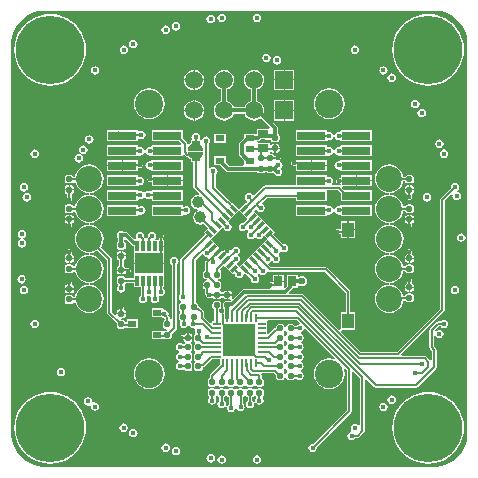
<source format=gtl>
G04*
G04 #@! TF.GenerationSoftware,Altium Limited,Altium Designer,20.0.9 (164)*
G04*
G04 Layer_Physical_Order=1*
G04 Layer_Color=255*
%FSLAX25Y25*%
%MOIN*%
G70*
G01*
G75*
%ADD10C,0.00787*%
%ADD14R,0.09449X0.02992*%
%ADD15R,0.02500X0.02500*%
%ADD16R,0.03937X0.04921*%
G04:AMPARAMS|DCode=17|XSize=20.47mil|YSize=22.05mil|CornerRadius=5.12mil|HoleSize=0mil|Usage=FLASHONLY|Rotation=0.000|XOffset=0mil|YOffset=0mil|HoleType=Round|Shape=RoundedRectangle|*
%AMROUNDEDRECTD17*
21,1,0.02047,0.01181,0,0,0.0*
21,1,0.01024,0.02205,0,0,0.0*
1,1,0.01024,0.00512,-0.00591*
1,1,0.01024,-0.00512,-0.00591*
1,1,0.01024,-0.00512,0.00591*
1,1,0.01024,0.00512,0.00591*
%
%ADD17ROUNDEDRECTD17*%
%ADD18C,0.03937*%
G04:AMPARAMS|DCode=19|XSize=20.47mil|YSize=22.05mil|CornerRadius=5.12mil|HoleSize=0mil|Usage=FLASHONLY|Rotation=90.000|XOffset=0mil|YOffset=0mil|HoleType=Round|Shape=RoundedRectangle|*
%AMROUNDEDRECTD19*
21,1,0.02047,0.01181,0,0,90.0*
21,1,0.01024,0.02205,0,0,90.0*
1,1,0.01024,0.00591,0.00512*
1,1,0.01024,0.00591,-0.00512*
1,1,0.01024,-0.00591,-0.00512*
1,1,0.01024,-0.00591,0.00512*
%
%ADD19ROUNDEDRECTD19*%
%ADD20R,0.03543X0.02835*%
%ADD21R,0.03150X0.02165*%
G04:AMPARAMS|DCode=22|XSize=23.62mil|YSize=11.81mil|CornerRadius=0mil|HoleSize=0mil|Usage=FLASHONLY|Rotation=135.000|XOffset=0mil|YOffset=0mil|HoleType=Round|Shape=Rectangle|*
%AMROTATEDRECTD22*
4,1,4,0.01253,-0.00418,0.00418,-0.01253,-0.01253,0.00418,-0.00418,0.01253,0.01253,-0.00418,0.0*
%
%ADD22ROTATEDRECTD22*%

G04:AMPARAMS|DCode=23|XSize=23.62mil|YSize=11.81mil|CornerRadius=0mil|HoleSize=0mil|Usage=FLASHONLY|Rotation=45.000|XOffset=0mil|YOffset=0mil|HoleType=Round|Shape=Rectangle|*
%AMROTATEDRECTD23*
4,1,4,-0.00418,-0.01253,-0.01253,-0.00418,0.00418,0.01253,0.01253,0.00418,-0.00418,-0.01253,0.0*
%
%ADD23ROTATEDRECTD23*%

%ADD24R,0.09449X0.06693*%
%ADD25R,0.01181X0.03347*%
%ADD26R,0.11024X0.11024*%
%ADD27R,0.02520X0.00866*%
%ADD28R,0.00866X0.02520*%
%ADD29R,0.02835X0.03543*%
%ADD30R,0.02756X0.02165*%
%ADD57C,0.01181*%
%ADD58C,0.09449*%
%ADD59C,0.08661*%
%ADD60C,0.05906*%
%ADD61R,0.05906X0.05906*%
%ADD62C,0.01772*%
%ADD63C,0.02756*%
%ADD64C,0.02362*%
%ADD65C,0.22835*%
%ADD66C,0.01968*%
G36*
X67113Y75780D02*
X68506Y75407D01*
X69840Y74855D01*
X71089Y74133D01*
X72234Y73255D01*
X73255Y72234D01*
X74133Y71090D01*
X74855Y69840D01*
X75407Y68507D01*
X75780Y67113D01*
X75969Y65682D01*
Y64961D01*
X75969Y-64961D01*
X75969Y-65682D01*
X75780Y-67113D01*
X75407Y-68507D01*
X74855Y-69840D01*
X74133Y-71090D01*
X73255Y-72234D01*
X72234Y-73255D01*
X71089Y-74133D01*
X69840Y-74855D01*
X68506Y-75407D01*
X67113Y-75780D01*
X65682Y-75969D01*
X64960Y-75969D01*
X0D01*
X-64961Y-75969D01*
X-65682D01*
X-67113Y-75780D01*
X-68507Y-75407D01*
X-69840Y-74855D01*
X-71090Y-74133D01*
X-72234Y-73255D01*
X-73255Y-72234D01*
X-74133Y-71090D01*
X-74855Y-69840D01*
X-75407Y-68507D01*
X-75780Y-67113D01*
X-75969Y-65682D01*
Y-64961D01*
Y64961D01*
Y65682D01*
X-75780Y67113D01*
X-75407Y68507D01*
X-74855Y69840D01*
X-74133Y71090D01*
X-73255Y72234D01*
X-72234Y73255D01*
X-71090Y74133D01*
X-69840Y74855D01*
X-68507Y75407D01*
X-67113Y75780D01*
X-65682Y75969D01*
X-64961Y75969D01*
X0Y75969D01*
X64960Y75969D01*
X65682D01*
X67113Y75780D01*
D02*
G37*
%LPC*%
G36*
X5906Y75035D02*
X5365Y74927D01*
X4906Y74621D01*
X4600Y74163D01*
X4493Y73622D01*
X4600Y73081D01*
X4906Y72623D01*
X5365Y72317D01*
X5906Y72209D01*
X6446Y72317D01*
X6905Y72623D01*
X7211Y73081D01*
X7318Y73622D01*
X7211Y74163D01*
X6905Y74621D01*
X6446Y74927D01*
X5906Y75035D01*
D02*
G37*
G36*
X-5906D02*
X-6446Y74927D01*
X-6905Y74621D01*
X-7211Y74163D01*
X-7318Y73622D01*
X-7211Y73081D01*
X-6905Y72623D01*
X-6446Y72317D01*
X-5906Y72209D01*
X-5365Y72317D01*
X-4906Y72623D01*
X-4600Y73081D01*
X-4493Y73622D01*
X-4600Y74163D01*
X-4906Y74621D01*
X-5365Y74927D01*
X-5906Y75035D01*
D02*
G37*
G36*
X-9530Y74654D02*
X-10071Y74546D01*
X-10530Y74240D01*
X-10836Y73782D01*
X-10943Y73241D01*
X-10836Y72700D01*
X-10530Y72242D01*
X-10071Y71936D01*
X-9530Y71828D01*
X-8990Y71936D01*
X-8531Y72242D01*
X-8225Y72700D01*
X-8117Y73241D01*
X-8225Y73782D01*
X-8531Y74240D01*
X-8990Y74546D01*
X-9530Y74654D01*
D02*
G37*
G36*
X-21083Y72198D02*
X-21624Y72091D01*
X-22082Y71785D01*
X-22389Y71326D01*
X-22496Y70785D01*
X-22389Y70245D01*
X-22082Y69786D01*
X-21624Y69480D01*
X-21083Y69372D01*
X-20543Y69480D01*
X-20084Y69786D01*
X-19778Y70245D01*
X-19670Y70785D01*
X-19778Y71326D01*
X-20084Y71785D01*
X-20543Y72091D01*
X-21083Y72198D01*
D02*
G37*
G36*
X-24550Y71072D02*
X-25091Y70964D01*
X-25549Y70658D01*
X-25855Y70200D01*
X-25963Y69659D01*
X-25855Y69118D01*
X-25549Y68660D01*
X-25091Y68354D01*
X-24550Y68246D01*
X-24009Y68354D01*
X-23551Y68660D01*
X-23244Y69118D01*
X-23137Y69659D01*
X-23244Y70200D01*
X-23551Y70658D01*
X-24009Y70964D01*
X-24550Y71072D01*
D02*
G37*
G36*
X-35340Y66268D02*
X-35880Y66161D01*
X-36339Y65854D01*
X-36645Y65396D01*
X-36753Y64855D01*
X-36645Y64314D01*
X-36339Y63856D01*
X-35880Y63550D01*
X-35340Y63442D01*
X-34799Y63550D01*
X-34341Y63856D01*
X-34034Y64314D01*
X-33927Y64855D01*
X-34034Y65396D01*
X-34341Y65854D01*
X-34799Y66161D01*
X-35340Y66268D01*
D02*
G37*
G36*
X38496Y64446D02*
X37956Y64338D01*
X37497Y64032D01*
X37191Y63573D01*
X37083Y63033D01*
X37191Y62492D01*
X37497Y62033D01*
X37956Y61727D01*
X38496Y61620D01*
X39037Y61727D01*
X39495Y62033D01*
X39802Y62492D01*
X39909Y63033D01*
X39802Y63573D01*
X39495Y64032D01*
X39037Y64338D01*
X38496Y64446D01*
D02*
G37*
G36*
X-38496Y64446D02*
X-39037Y64338D01*
X-39495Y64032D01*
X-39802Y63573D01*
X-39909Y63033D01*
X-39802Y62492D01*
X-39495Y62033D01*
X-39037Y61727D01*
X-38496Y61620D01*
X-37956Y61727D01*
X-37497Y62033D01*
X-37191Y62492D01*
X-37083Y63033D01*
X-37191Y63573D01*
X-37497Y64032D01*
X-37956Y64338D01*
X-38496Y64446D01*
D02*
G37*
G36*
X9055Y61649D02*
X8514Y61542D01*
X8056Y61235D01*
X7750Y60777D01*
X7642Y60236D01*
X7750Y59696D01*
X8056Y59237D01*
X8514Y58931D01*
X9055Y58823D01*
X9596Y58931D01*
X10054Y59237D01*
X10361Y59696D01*
X10468Y60236D01*
X10361Y60777D01*
X10054Y61235D01*
X9596Y61542D01*
X9055Y61649D01*
D02*
G37*
G36*
X12598Y60862D02*
X12058Y60754D01*
X11599Y60448D01*
X11293Y59990D01*
X11186Y59449D01*
X11293Y58908D01*
X11599Y58450D01*
X12058Y58143D01*
X12598Y58036D01*
X13139Y58143D01*
X13598Y58450D01*
X13904Y58908D01*
X14011Y59449D01*
X13904Y59990D01*
X13598Y60448D01*
X13139Y60754D01*
X12598Y60862D01*
D02*
G37*
G36*
X48052Y57503D02*
X47511Y57396D01*
X47052Y57089D01*
X46746Y56631D01*
X46639Y56090D01*
X46746Y55550D01*
X47052Y55091D01*
X47511Y54785D01*
X48052Y54677D01*
X48592Y54785D01*
X49051Y55091D01*
X49357Y55550D01*
X49465Y56090D01*
X49357Y56631D01*
X49051Y57089D01*
X48592Y57396D01*
X48052Y57503D01*
D02*
G37*
G36*
X-48052Y57503D02*
X-48592Y57396D01*
X-49051Y57089D01*
X-49357Y56631D01*
X-49465Y56090D01*
X-49357Y55550D01*
X-49051Y55091D01*
X-48592Y54785D01*
X-48052Y54677D01*
X-47511Y54785D01*
X-47052Y55091D01*
X-46746Y55550D01*
X-46639Y56090D01*
X-46746Y56631D01*
X-47052Y57089D01*
X-47511Y57396D01*
X-48052Y57503D01*
D02*
G37*
G36*
X18313Y56320D02*
X15161D01*
Y53167D01*
X18313D01*
Y56320D01*
D02*
G37*
G36*
X-14839Y56323D02*
Y53167D01*
X-11684D01*
X-11773Y53843D01*
X-12111Y54658D01*
X-12648Y55359D01*
X-13349Y55896D01*
X-14164Y56234D01*
X-14839Y56323D01*
D02*
G37*
G36*
X14761Y56320D02*
X11608D01*
Y53167D01*
X14761D01*
Y56320D01*
D02*
G37*
G36*
X-15239Y56323D02*
X-15915Y56234D01*
X-16730Y55896D01*
X-17431Y55359D01*
X-17968Y54658D01*
X-18306Y53843D01*
X-18395Y53167D01*
X-15239D01*
Y56323D01*
D02*
G37*
G36*
X50760Y55064D02*
X50220Y54957D01*
X49761Y54650D01*
X49455Y54192D01*
X49347Y53651D01*
X49455Y53111D01*
X49761Y52652D01*
X50220Y52346D01*
X50760Y52238D01*
X51301Y52346D01*
X51759Y52652D01*
X52066Y53111D01*
X52173Y53651D01*
X52066Y54192D01*
X51759Y54650D01*
X51301Y54957D01*
X50760Y55064D01*
D02*
G37*
G36*
X62992Y74946D02*
X61122Y74799D01*
X59298Y74361D01*
X57565Y73643D01*
X55966Y72663D01*
X54539Y71445D01*
X53321Y70019D01*
X52341Y68419D01*
X51623Y66686D01*
X51185Y64862D01*
X51038Y62992D01*
X51185Y61122D01*
X51623Y59298D01*
X52341Y57565D01*
X53321Y55966D01*
X54539Y54539D01*
X55966Y53321D01*
X57565Y52341D01*
X59298Y51623D01*
X61122Y51185D01*
X62992Y51038D01*
X64862Y51185D01*
X66686Y51623D01*
X68419Y52341D01*
X70019Y53321D01*
X71445Y54539D01*
X72663Y55966D01*
X73643Y57565D01*
X74361Y59298D01*
X74799Y61122D01*
X74946Y62992D01*
X74799Y64862D01*
X74361Y66686D01*
X73643Y68419D01*
X72663Y70019D01*
X71445Y71445D01*
X70019Y72663D01*
X68419Y73643D01*
X66686Y74361D01*
X64862Y74799D01*
X62992Y74946D01*
D02*
G37*
G36*
X-62991Y74945D02*
X-64861Y74798D01*
X-66685Y74360D01*
X-68418Y73642D01*
X-70017Y72662D01*
X-71444Y71444D01*
X-72662Y70017D01*
X-73642Y68418D01*
X-74360Y66685D01*
X-74798Y64861D01*
X-74945Y62991D01*
X-74798Y61121D01*
X-74360Y59297D01*
X-73642Y57564D01*
X-72662Y55964D01*
X-71444Y54538D01*
X-70017Y53320D01*
X-68418Y52340D01*
X-66685Y51622D01*
X-64861Y51184D01*
X-62991Y51037D01*
X-61121Y51184D01*
X-59297Y51622D01*
X-57564Y52340D01*
X-55964Y53320D01*
X-54538Y54538D01*
X-53320Y55964D01*
X-52340Y57564D01*
X-51622Y59297D01*
X-51184Y61121D01*
X-51037Y62991D01*
X-51184Y64861D01*
X-51622Y66685D01*
X-52340Y68418D01*
X-53320Y70017D01*
X-54538Y71444D01*
X-55964Y72662D01*
X-57564Y73642D01*
X-59297Y74360D01*
X-61121Y74798D01*
X-62991Y74945D01*
D02*
G37*
G36*
X18313Y52767D02*
X15161D01*
Y49615D01*
X18313D01*
Y52767D01*
D02*
G37*
G36*
X14761D02*
X11608D01*
Y49615D01*
X14761D01*
Y52767D01*
D02*
G37*
G36*
X-11684D02*
X-14839D01*
Y49612D01*
X-14164Y49701D01*
X-13349Y50039D01*
X-12648Y50576D01*
X-12111Y51277D01*
X-11773Y52092D01*
X-11684Y52767D01*
D02*
G37*
G36*
X-15239D02*
X-18395D01*
X-18306Y52092D01*
X-17968Y51277D01*
X-17431Y50576D01*
X-16730Y50039D01*
X-15915Y49701D01*
X-15239Y49612D01*
Y52767D01*
D02*
G37*
G36*
X4961Y56349D02*
X4085Y56234D01*
X3270Y55896D01*
X2569Y55359D01*
X2032Y54658D01*
X1694Y53843D01*
X1579Y52967D01*
X1694Y52092D01*
X2032Y51277D01*
X2569Y50576D01*
X3270Y50039D01*
X3951Y49757D01*
Y45942D01*
X3270Y45660D01*
X2569Y45122D01*
X2032Y44422D01*
X1750Y43741D01*
X-1829D01*
X-2111Y44422D01*
X-2648Y45122D01*
X-3348Y45660D01*
X-4029Y45942D01*
Y49757D01*
X-3348Y50039D01*
X-2648Y50576D01*
X-2111Y51277D01*
X-1773Y52092D01*
X-1658Y52967D01*
X-1773Y53843D01*
X-2111Y54658D01*
X-2648Y55359D01*
X-3348Y55896D01*
X-4164Y56234D01*
X-5039Y56349D01*
X-5915Y56234D01*
X-6730Y55896D01*
X-7431Y55359D01*
X-7968Y54658D01*
X-8306Y53843D01*
X-8421Y52967D01*
X-8306Y52092D01*
X-7968Y51277D01*
X-7431Y50576D01*
X-6730Y50039D01*
X-6049Y49757D01*
Y45942D01*
X-6730Y45660D01*
X-7431Y45122D01*
X-7968Y44422D01*
X-8306Y43606D01*
X-8421Y42731D01*
X-8306Y41856D01*
X-7968Y41040D01*
X-7431Y40340D01*
X-6730Y39803D01*
X-5915Y39465D01*
X-5039Y39349D01*
X-4164Y39465D01*
X-3348Y39803D01*
X-2648Y40340D01*
X-2111Y41040D01*
X-1829Y41721D01*
X1750D01*
X2032Y41040D01*
X2569Y40340D01*
X3270Y39803D01*
X4085Y39465D01*
X4961Y39349D01*
X5836Y39465D01*
X6651Y39803D01*
X7181Y40209D01*
X10197Y37193D01*
X9971Y36713D01*
X9724Y36713D01*
X5806D01*
Y35240D01*
X5406Y35000D01*
X1456D01*
Y33463D01*
X151Y32159D01*
X-68Y31831D01*
X-145Y31444D01*
Y28111D01*
X-68Y27724D01*
X151Y27397D01*
X1456Y26092D01*
X1456Y24555D01*
X1049Y24331D01*
X-3277D01*
X-4437Y25491D01*
Y27520D01*
X-8387D01*
Y24555D01*
X-6357D01*
X-4409Y22607D01*
X-4082Y22388D01*
X-3695Y22311D01*
X5836D01*
X5943Y22152D01*
X6244Y21950D01*
X6600Y21879D01*
X7781D01*
X8137Y21950D01*
X8439Y22152D01*
X8522Y22276D01*
X9009D01*
X9092Y22152D01*
X9394Y21950D01*
X9750Y21879D01*
X10931D01*
X11100Y21913D01*
X11634Y21790D01*
X11941Y21331D01*
X12399Y21025D01*
X12940Y20917D01*
X13480Y21025D01*
X13939Y21331D01*
X14245Y21790D01*
X14353Y22330D01*
X14245Y22871D01*
X13939Y23329D01*
X14216Y23746D01*
X14298Y23869D01*
X14405Y24409D01*
X14298Y24950D01*
X13991Y25409D01*
X13533Y25715D01*
X13446Y26242D01*
X13491Y26272D01*
X13550Y26331D01*
X13726Y26594D01*
X13787Y26904D01*
X13726Y27213D01*
X13550Y27476D01*
X13288Y27651D01*
X12978Y27713D01*
X12681Y27654D01*
X11789D01*
X11588Y27955D01*
X11287Y28156D01*
X10931Y28227D01*
X10597D01*
X10150Y28354D01*
X10150Y28460D01*
Y28877D01*
X10650Y29028D01*
X10667Y29002D01*
X10969Y28800D01*
X11324Y28730D01*
X11715D01*
Y30171D01*
Y31613D01*
X11324D01*
X10969Y31542D01*
X10667Y31340D01*
X10650Y31314D01*
X10150Y31466D01*
Y31989D01*
X8178D01*
Y30171D01*
X7778D01*
Y31989D01*
X6288D01*
X6215Y32024D01*
X5908Y32482D01*
X5908Y32491D01*
X5912Y32508D01*
X6246D01*
X6632Y32585D01*
X6960Y32804D01*
X7235Y33078D01*
X8707D01*
X8805Y33059D01*
X10408Y33059D01*
X10465Y32768D01*
X10667Y32467D01*
X10969Y32265D01*
X11324Y32194D01*
X12506D01*
X12861Y32265D01*
X13163Y32467D01*
X13364Y32768D01*
X13435Y33124D01*
Y34148D01*
X13364Y34503D01*
X13163Y34805D01*
X12925Y34964D01*
Y36904D01*
X12848Y37290D01*
X12629Y37618D01*
X8246Y42001D01*
X8342Y42731D01*
X8227Y43606D01*
X7889Y44422D01*
X7352Y45122D01*
X6651Y45660D01*
X5971Y45942D01*
Y49757D01*
X6651Y50039D01*
X7352Y50576D01*
X7889Y51277D01*
X8227Y52092D01*
X8342Y52967D01*
X8227Y53843D01*
X7889Y54658D01*
X7352Y55359D01*
X6651Y55896D01*
X5836Y56234D01*
X4961Y56349D01*
D02*
G37*
G36*
X58663Y46287D02*
X58123Y46180D01*
X57664Y45873D01*
X57358Y45415D01*
X57250Y44874D01*
X57358Y44333D01*
X57664Y43875D01*
X58123Y43569D01*
X58663Y43461D01*
X59204Y43569D01*
X59662Y43875D01*
X59969Y44333D01*
X60076Y44874D01*
X59969Y45415D01*
X59662Y45873D01*
X59204Y46180D01*
X58663Y46287D01*
D02*
G37*
G36*
X18313Y46084D02*
X15161D01*
Y42931D01*
X18313D01*
Y46084D01*
D02*
G37*
G36*
X14761D02*
X11608D01*
Y42931D01*
X14761D01*
Y46084D01*
D02*
G37*
G36*
X-14839Y46087D02*
Y42931D01*
X-11684D01*
X-11773Y43606D01*
X-12111Y44422D01*
X-12648Y45122D01*
X-13349Y45660D01*
X-14164Y45998D01*
X-14839Y46087D01*
D02*
G37*
G36*
X-15239D02*
X-15915Y45998D01*
X-16730Y45660D01*
X-17431Y45122D01*
X-17968Y44422D01*
X-18306Y43606D01*
X-18395Y42931D01*
X-15239D01*
Y46087D01*
D02*
G37*
G36*
X60806Y43338D02*
X60265Y43231D01*
X59807Y42924D01*
X59500Y42466D01*
X59393Y41925D01*
X59500Y41385D01*
X59807Y40926D01*
X60265Y40620D01*
X60806Y40512D01*
X61347Y40620D01*
X61805Y40926D01*
X62111Y41385D01*
X62219Y41925D01*
X62111Y42466D01*
X61805Y42924D01*
X61347Y43231D01*
X60806Y43338D01*
D02*
G37*
G36*
X30000Y50169D02*
X28662Y49992D01*
X27416Y49476D01*
X26345Y48655D01*
X25524Y47584D01*
X25008Y46338D01*
X24831Y45000D01*
X25008Y43662D01*
X25524Y42416D01*
X26345Y41345D01*
X27416Y40524D01*
X28662Y40007D01*
X30000Y39831D01*
X31338Y40007D01*
X32584Y40524D01*
X33655Y41345D01*
X34476Y42416D01*
X34993Y43662D01*
X35169Y45000D01*
X34993Y46338D01*
X34476Y47584D01*
X33655Y48655D01*
X32584Y49476D01*
X31338Y49992D01*
X30000Y50169D01*
D02*
G37*
G36*
X-30000D02*
X-31338Y49992D01*
X-32584Y49476D01*
X-33655Y48655D01*
X-34476Y47584D01*
X-34993Y46338D01*
X-35169Y45000D01*
X-34993Y43662D01*
X-34476Y42416D01*
X-33655Y41345D01*
X-32584Y40524D01*
X-31338Y40007D01*
X-30000Y39831D01*
X-28662Y40007D01*
X-27416Y40524D01*
X-26345Y41345D01*
X-25524Y42416D01*
X-25008Y43662D01*
X-24831Y45000D01*
X-25008Y46338D01*
X-25524Y47584D01*
X-26345Y48655D01*
X-27416Y49476D01*
X-28662Y49992D01*
X-30000Y50169D01*
D02*
G37*
G36*
X18313Y42531D02*
X15161D01*
Y39378D01*
X18313D01*
Y42531D01*
D02*
G37*
G36*
X14761D02*
X11608D01*
Y39378D01*
X14761D01*
Y42531D01*
D02*
G37*
G36*
X-11684Y42531D02*
X-14839D01*
Y39376D01*
X-14164Y39465D01*
X-13349Y39803D01*
X-12648Y40340D01*
X-12111Y41040D01*
X-11773Y41856D01*
X-11684Y42531D01*
D02*
G37*
G36*
X-15239D02*
X-18395D01*
X-18306Y41856D01*
X-17968Y41040D01*
X-17431Y40340D01*
X-16730Y39803D01*
X-15915Y39465D01*
X-15239Y39376D01*
Y42531D01*
D02*
G37*
G36*
X44105Y36282D02*
X33856D01*
Y35950D01*
X33356Y35608D01*
X33071Y35665D01*
X32530Y35557D01*
X32072Y35251D01*
X31765Y34793D01*
X31751Y34720D01*
X31241D01*
X31227Y34793D01*
X30920Y35251D01*
X30462Y35557D01*
X29921Y35665D01*
X29605Y35602D01*
X29105Y35929D01*
Y36282D01*
X18856D01*
Y32490D01*
X29105D01*
Y32575D01*
X29605Y32902D01*
X29921Y32839D01*
X30462Y32947D01*
X30920Y33253D01*
X31227Y33711D01*
X31241Y33784D01*
X31751D01*
X31765Y33711D01*
X32072Y33253D01*
X32530Y32947D01*
X33071Y32839D01*
X33356Y32896D01*
X33856Y32554D01*
Y32490D01*
X44105D01*
Y36282D01*
D02*
G37*
G36*
X-40583Y36298D02*
X-40661Y36282D01*
X-44144D01*
Y32490D01*
X-33895D01*
Y33191D01*
X-33395Y33459D01*
X-33218Y33340D01*
X-32677Y33233D01*
X-32136Y33340D01*
X-31678Y33647D01*
X-31372Y34105D01*
X-31264Y34646D01*
X-31372Y35186D01*
X-31678Y35645D01*
X-32136Y35951D01*
X-32677Y36059D01*
X-33218Y35951D01*
X-33395Y35833D01*
X-33895Y36100D01*
Y36282D01*
X-40504D01*
X-40583Y36298D01*
D02*
G37*
G36*
X-4437Y35000D02*
X-8387D01*
Y32035D01*
X-4437D01*
Y35000D01*
D02*
G37*
G36*
X-50000Y34484D02*
X-50541Y34376D01*
X-50999Y34070D01*
X-51305Y33612D01*
X-51413Y33071D01*
X-51305Y32530D01*
X-50999Y32072D01*
X-50541Y31765D01*
X-50000Y31658D01*
X-49459Y31765D01*
X-49001Y32072D01*
X-48695Y32530D01*
X-48587Y33071D01*
X-48695Y33612D01*
X-49001Y34070D01*
X-49459Y34376D01*
X-50000Y34484D01*
D02*
G37*
G36*
X-18895Y36282D02*
X-29144D01*
Y32490D01*
X-20040D01*
X-19332Y31782D01*
X-19539Y31282D01*
X-29144D01*
Y30837D01*
X-29644Y30492D01*
X-29921Y30547D01*
X-30462Y30439D01*
X-30920Y30133D01*
X-31227Y29675D01*
X-31241Y29602D01*
X-31751D01*
X-31765Y29675D01*
X-32072Y30133D01*
X-32530Y30439D01*
X-33071Y30547D01*
X-33395Y30482D01*
X-33895Y30805D01*
Y31282D01*
X-44144D01*
Y27490D01*
X-33895D01*
Y27490D01*
X-33395Y27785D01*
X-33071Y27721D01*
X-32530Y27828D01*
X-32072Y28135D01*
X-31765Y28593D01*
X-31751Y28666D01*
X-31241D01*
X-31227Y28593D01*
X-30920Y28135D01*
X-30462Y27828D01*
X-29921Y27721D01*
X-29644Y27776D01*
X-29144Y27490D01*
Y27490D01*
X-18895D01*
Y27741D01*
X-18395Y27948D01*
X-17865Y27418D01*
X-17865Y27418D01*
X-17602Y27242D01*
X-17293Y27181D01*
X-17293Y27181D01*
X-17001D01*
X-16993Y27161D01*
X-16289Y26457D01*
X-16217Y26427D01*
Y25484D01*
X-15376D01*
Y17351D01*
X-15376Y17351D01*
X-15315Y17041D01*
X-15139Y16779D01*
X-13418Y15057D01*
X-13664Y14597D01*
X-13780Y14620D01*
X-14704Y14436D01*
X-15487Y13912D01*
X-16011Y13129D01*
X-16194Y12205D01*
X-16011Y11281D01*
X-15487Y10497D01*
X-14704Y9974D01*
X-13943Y9822D01*
X-13919Y9366D01*
X-13928Y9310D01*
X-14700Y8794D01*
X-15223Y8011D01*
X-15407Y7087D01*
X-15223Y6163D01*
X-14700Y5379D01*
X-13916Y4856D01*
X-12992Y4672D01*
X-12068Y4856D01*
X-11971Y4921D01*
X-10489Y3439D01*
X-11840Y2088D01*
X-11295Y1542D01*
X-19470Y-6633D01*
X-19645Y-6896D01*
X-19707Y-7205D01*
X-19707Y-7205D01*
Y-18476D01*
X-19801Y-18538D01*
X-20107Y-18997D01*
X-20214Y-19537D01*
X-20107Y-20078D01*
X-19801Y-20537D01*
X-19348Y-20839D01*
X-19343Y-20866D01*
X-19354Y-21350D01*
X-19529Y-21385D01*
X-19831Y-21587D01*
X-20032Y-21888D01*
X-20103Y-22244D01*
Y-23425D01*
X-20032Y-23781D01*
X-19831Y-24083D01*
X-19783Y-24114D01*
Y-24704D01*
X-19831Y-24736D01*
X-20032Y-25038D01*
X-20103Y-25394D01*
Y-26575D01*
X-20032Y-26931D01*
X-19831Y-27232D01*
X-19738Y-27699D01*
X-19809Y-27806D01*
X-19917Y-28346D01*
X-19809Y-28887D01*
X-19503Y-29346D01*
X-19045Y-29652D01*
X-18504Y-29759D01*
X-17963Y-29652D01*
X-17505Y-29346D01*
X-17199Y-28887D01*
X-17184Y-28814D01*
X-16674D01*
X-16660Y-28887D01*
X-16353Y-29346D01*
X-15895Y-29652D01*
X-15354Y-29759D01*
X-14968Y-29683D01*
X-14640Y-30092D01*
X-14691Y-30168D01*
X-14799Y-30709D01*
X-14691Y-31249D01*
X-14791Y-31823D01*
X-14993Y-32125D01*
X-15064Y-32480D01*
Y-33661D01*
X-14993Y-34017D01*
X-14791Y-34319D01*
X-14744Y-34351D01*
Y-34941D01*
X-14791Y-34973D01*
X-14993Y-35274D01*
X-15064Y-35630D01*
Y-36811D01*
X-14993Y-37167D01*
X-14791Y-37468D01*
X-14744Y-37500D01*
Y-38090D01*
X-14791Y-38122D01*
X-14993Y-38424D01*
X-15064Y-38780D01*
Y-39961D01*
X-14993Y-40316D01*
X-14791Y-40618D01*
X-14744Y-40650D01*
Y-41240D01*
X-14791Y-41272D01*
X-14993Y-41573D01*
X-15064Y-41929D01*
Y-43110D01*
X-14993Y-43466D01*
X-14791Y-43768D01*
X-14490Y-43969D01*
X-14134Y-44040D01*
X-13110D01*
X-12754Y-43969D01*
X-12453Y-43768D01*
X-12251Y-43466D01*
X-12181Y-43110D01*
X-12176Y-43075D01*
X-12149Y-42880D01*
X-11840Y-42818D01*
X-11577Y-42643D01*
X-9137Y-40203D01*
X-6345D01*
Y-41952D01*
X-9627Y-45235D01*
X-9803Y-45497D01*
X-9864Y-45807D01*
X-9864Y-45807D01*
Y-46476D01*
X-10001Y-46503D01*
X-10303Y-46705D01*
X-10505Y-47006D01*
X-10575Y-47362D01*
Y-48386D01*
X-10505Y-48742D01*
X-10303Y-49043D01*
X-10001Y-49245D01*
X-9646Y-49316D01*
X-8465D01*
X-8109Y-49245D01*
X-7807Y-49043D01*
X-7775Y-48996D01*
X-7185D01*
X-7153Y-49043D01*
X-6852Y-49245D01*
X-6496Y-49316D01*
X-5315D01*
X-4959Y-49245D01*
X-4658Y-49043D01*
X-4626Y-48996D01*
X-4036D01*
X-4004Y-49043D01*
X-3702Y-49245D01*
X-3347Y-49316D01*
X-2165D01*
X-1810Y-49245D01*
X-1508Y-49043D01*
X-1476Y-48996D01*
X-886D01*
X-854Y-49043D01*
X-553Y-49245D01*
X-197Y-49316D01*
X984D01*
X1340Y-49245D01*
X1642Y-49043D01*
X1673Y-48996D01*
X2264D01*
X2295Y-49043D01*
X2597Y-49245D01*
X2953Y-49316D01*
X4134D01*
X4490Y-49245D01*
X4791Y-49043D01*
X4823Y-48996D01*
X5413D01*
X5445Y-49043D01*
X5747Y-49245D01*
X6102Y-49316D01*
X7283D01*
X7639Y-49245D01*
X7941Y-49043D01*
X8142Y-48742D01*
X8213Y-48386D01*
Y-47362D01*
X8142Y-47006D01*
X7941Y-46705D01*
X7639Y-46503D01*
X7502Y-46476D01*
Y-45737D01*
X7502Y-45737D01*
X7441Y-45427D01*
X7378Y-45333D01*
X7600Y-44833D01*
X11656D01*
X12181Y-45357D01*
Y-46260D01*
X12251Y-46616D01*
X12453Y-46917D01*
X12754Y-47119D01*
X13110Y-47190D01*
X14134D01*
X14490Y-47119D01*
X14791Y-46917D01*
X14993Y-46616D01*
X15064Y-46260D01*
Y-45079D01*
X14993Y-44723D01*
X14791Y-44421D01*
X14744Y-44390D01*
Y-43799D01*
X14791Y-43768D01*
X14993Y-43466D01*
X15064Y-43110D01*
Y-41929D01*
X14993Y-41573D01*
X14791Y-41272D01*
X14744Y-41240D01*
Y-40650D01*
X14791Y-40618D01*
X14993Y-40316D01*
X15064Y-39961D01*
Y-38780D01*
X14993Y-38424D01*
X14791Y-38122D01*
X14744Y-38090D01*
Y-37500D01*
X14791Y-37468D01*
X14993Y-37167D01*
X15064Y-36811D01*
Y-35630D01*
X14993Y-35274D01*
X14791Y-34973D01*
X14744Y-34941D01*
X14744Y-34351D01*
X14791Y-34319D01*
X14993Y-34017D01*
X15064Y-33661D01*
Y-32480D01*
X14993Y-32125D01*
X14791Y-31823D01*
X14744Y-31791D01*
Y-31201D01*
X14791Y-31169D01*
X14993Y-30868D01*
X15064Y-30512D01*
Y-29331D01*
X14993Y-28975D01*
X14791Y-28673D01*
X14490Y-28472D01*
X14134Y-28401D01*
X13110D01*
X12754Y-28472D01*
X12453Y-28673D01*
X12251Y-28975D01*
X12181Y-29331D01*
Y-29561D01*
X12149D01*
X11840Y-29623D01*
X11577Y-29798D01*
X11577Y-29798D01*
X9701Y-31675D01*
X9239Y-31483D01*
Y-27513D01*
X9239D01*
X9421Y-27089D01*
X19251D01*
X20182Y-28019D01*
X20134Y-28247D01*
X19983Y-28527D01*
X19538Y-28616D01*
X19080Y-28922D01*
X18957Y-29106D01*
X18483Y-29105D01*
X18457Y-28975D01*
X18256Y-28673D01*
X17954Y-28472D01*
X17598Y-28401D01*
X16575D01*
X16219Y-28472D01*
X15917Y-28673D01*
X15716Y-28975D01*
X15645Y-29331D01*
Y-30512D01*
X15716Y-30868D01*
X15917Y-31169D01*
X15965Y-31201D01*
Y-31791D01*
X15917Y-31823D01*
X15716Y-32125D01*
X15645Y-32480D01*
Y-33661D01*
X15716Y-34017D01*
X15917Y-34319D01*
X15965Y-34351D01*
Y-34941D01*
X15917Y-34973D01*
X15716Y-35274D01*
X15645Y-35630D01*
Y-36811D01*
X15716Y-37167D01*
X15917Y-37468D01*
X15965Y-37500D01*
Y-38090D01*
X15917Y-38122D01*
X15716Y-38424D01*
X15645Y-38780D01*
Y-39961D01*
X15716Y-40316D01*
X15917Y-40618D01*
X15965Y-40650D01*
Y-41240D01*
X15917Y-41272D01*
X15716Y-41573D01*
X15645Y-41929D01*
Y-43110D01*
X15716Y-43466D01*
X15917Y-43768D01*
X15965Y-43799D01*
Y-44390D01*
X15917Y-44421D01*
X15716Y-44723D01*
X15645Y-45079D01*
Y-46260D01*
X15716Y-46616D01*
X15917Y-46917D01*
X16219Y-47119D01*
X16575Y-47190D01*
X17598D01*
X17954Y-47119D01*
X18256Y-46917D01*
X18457Y-46616D01*
X18483Y-46486D01*
X18957Y-46485D01*
X19080Y-46668D01*
X19538Y-46975D01*
X20079Y-47082D01*
X20619Y-46975D01*
X21078Y-46668D01*
X21384Y-46210D01*
X21492Y-45669D01*
X21384Y-45129D01*
X21078Y-44670D01*
X20619Y-44364D01*
X20547Y-44349D01*
Y-43840D01*
X20619Y-43825D01*
X21078Y-43519D01*
X21384Y-43060D01*
X21492Y-42520D01*
X21384Y-41979D01*
X21078Y-41521D01*
X20619Y-41214D01*
X20547Y-41200D01*
Y-40690D01*
X20619Y-40676D01*
X21078Y-40369D01*
X21384Y-39911D01*
X21492Y-39370D01*
X21384Y-38829D01*
X21078Y-38371D01*
X20619Y-38065D01*
X20547Y-38050D01*
Y-37540D01*
X20619Y-37526D01*
X21078Y-37220D01*
X21384Y-36761D01*
X21492Y-36220D01*
X21384Y-35680D01*
X21078Y-35221D01*
X20619Y-34915D01*
X20547Y-34901D01*
Y-34391D01*
X20619Y-34376D01*
X21078Y-34070D01*
X21384Y-33612D01*
X21492Y-33071D01*
X21384Y-32530D01*
X21078Y-32072D01*
X20619Y-31765D01*
X20547Y-31751D01*
Y-31241D01*
X20619Y-31227D01*
X21078Y-30920D01*
X21384Y-30462D01*
X21473Y-30017D01*
X21753Y-29866D01*
X21981Y-29818D01*
X31835Y-39672D01*
X31552Y-40096D01*
X31338Y-40007D01*
X30000Y-39831D01*
X28662Y-40007D01*
X27416Y-40524D01*
X26345Y-41345D01*
X25524Y-42416D01*
X25008Y-43662D01*
X24831Y-45000D01*
X25008Y-46338D01*
X25524Y-47584D01*
X26345Y-48655D01*
X27416Y-49476D01*
X28662Y-49992D01*
X30000Y-50169D01*
X31338Y-49992D01*
X32584Y-49476D01*
X33655Y-48655D01*
X34476Y-47584D01*
X34993Y-46338D01*
X35169Y-45000D01*
X34993Y-43662D01*
X34904Y-43448D01*
X35328Y-43165D01*
X35805Y-43642D01*
Y-57145D01*
X24633Y-68317D01*
X24409Y-68272D01*
X23869Y-68380D01*
X23410Y-68686D01*
X23104Y-69144D01*
X22997Y-69685D01*
X23104Y-70226D01*
X23410Y-70684D01*
X23869Y-70990D01*
X24409Y-71098D01*
X24950Y-70990D01*
X25409Y-70684D01*
X25715Y-70226D01*
X25822Y-69685D01*
X25778Y-69461D01*
X37186Y-58053D01*
X37186Y-58052D01*
X37362Y-57790D01*
X37423Y-57480D01*
Y-44235D01*
X37885Y-44043D01*
X40136Y-46294D01*
Y-62092D01*
X39636Y-62243D01*
X39495Y-62034D01*
X39037Y-61727D01*
X38496Y-61620D01*
X37956Y-61727D01*
X37497Y-62034D01*
X37191Y-62492D01*
X37083Y-63033D01*
X37191Y-63573D01*
X37383Y-63860D01*
X37190Y-64363D01*
X37174Y-64380D01*
X36861Y-64443D01*
X36402Y-64749D01*
X36096Y-65207D01*
X35989Y-65748D01*
X36096Y-66289D01*
X36402Y-66747D01*
X36861Y-67053D01*
X37402Y-67161D01*
X37942Y-67053D01*
X38401Y-66747D01*
X38593Y-66459D01*
X39469D01*
X39469Y-66459D01*
X39778Y-66397D01*
X40041Y-66222D01*
X41517Y-64745D01*
X41517Y-64745D01*
X41693Y-64483D01*
X41754Y-64173D01*
X41754Y-64173D01*
Y-46886D01*
X42216Y-46695D01*
X44912Y-49391D01*
X44912Y-49391D01*
X45175Y-49567D01*
X45484Y-49628D01*
X45485Y-49628D01*
X59055D01*
X59055Y-49628D01*
X59365Y-49567D01*
X59627Y-49391D01*
X65533Y-43486D01*
X65533Y-43486D01*
X65708Y-43223D01*
X65770Y-42913D01*
Y-37008D01*
X65708Y-36698D01*
X65533Y-36436D01*
X65533Y-36436D01*
X64982Y-35885D01*
Y-32477D01*
X65482Y-32352D01*
X65712Y-32696D01*
X66171Y-33002D01*
X66711Y-33110D01*
X67252Y-33002D01*
X67710Y-32696D01*
X68017Y-32237D01*
X68124Y-31697D01*
X68017Y-31156D01*
X67710Y-30698D01*
X67252Y-30391D01*
X66711Y-30284D01*
X66171Y-30391D01*
X65759Y-30666D01*
X65488Y-30632D01*
X65209Y-30551D01*
X65181Y-30451D01*
X66456Y-29176D01*
X67068D01*
X67195Y-29366D01*
X67653Y-29672D01*
X68194Y-29780D01*
X68735Y-29672D01*
X69193Y-29366D01*
X69499Y-28908D01*
X69607Y-28367D01*
X69499Y-27826D01*
X69193Y-27368D01*
X68735Y-27062D01*
X68194Y-26954D01*
X67653Y-27062D01*
X67195Y-27368D01*
X67068Y-27558D01*
X66121D01*
X65812Y-27619D01*
X65549Y-27795D01*
X65549Y-27795D01*
X63601Y-29743D01*
X63426Y-30005D01*
X63364Y-30315D01*
X63364Y-30315D01*
Y-36220D01*
X63364Y-36220D01*
X63426Y-36530D01*
X63601Y-36793D01*
X64151Y-37343D01*
Y-40351D01*
X63651Y-40503D01*
X63564Y-40373D01*
X63564Y-40373D01*
X62383Y-39192D01*
X62121Y-39016D01*
X61811Y-38954D01*
X61811Y-38954D01*
X54182D01*
X53990Y-38493D01*
X68289Y-24194D01*
X68464Y-23932D01*
X68526Y-23622D01*
X68526Y-23622D01*
Y12672D01*
X70640Y14786D01*
X71101Y14540D01*
X71028Y14173D01*
X71135Y13633D01*
X71442Y13174D01*
X71900Y12868D01*
X72441Y12760D01*
X72982Y12868D01*
X73440Y13174D01*
X73746Y13633D01*
X73854Y14173D01*
X73746Y14714D01*
X73440Y15172D01*
X72982Y15479D01*
X72811Y15513D01*
X72706Y16043D01*
X72843Y16135D01*
X73149Y16593D01*
X73257Y17134D01*
X73149Y17675D01*
X72843Y18133D01*
X72384Y18439D01*
X71844Y18547D01*
X71303Y18439D01*
X70845Y18133D01*
X70538Y17675D01*
X70431Y17134D01*
X70475Y16910D01*
X67144Y13579D01*
X66969Y13317D01*
X66907Y13007D01*
X66907Y13007D01*
Y-23287D01*
X52427Y-37767D01*
X40615D01*
X33835Y-30988D01*
X33835Y-30804D01*
X34315Y-30321D01*
X38589D01*
Y-24600D01*
X37030D01*
Y-17717D01*
X37030Y-17717D01*
X36968Y-17407D01*
X36793Y-17144D01*
X36793Y-17144D01*
X29312Y-9664D01*
X29050Y-9489D01*
X28740Y-9427D01*
X28740Y-9427D01*
X10571D01*
X9708Y-8564D01*
X9873Y-8021D01*
X9990Y-7998D01*
X10448Y-7692D01*
X10526Y-7575D01*
X11127D01*
X11206Y-7692D01*
X11664Y-7998D01*
X12205Y-8106D01*
X12745Y-7998D01*
X13204Y-7692D01*
X13510Y-7234D01*
X13618Y-6693D01*
X13510Y-6152D01*
X13204Y-5694D01*
X13087Y-5616D01*
Y-5014D01*
X13204Y-4936D01*
X13510Y-4478D01*
X13526Y-4397D01*
X13674Y-4313D01*
X14071Y-4222D01*
X14420Y-4455D01*
X14961Y-4563D01*
X15501Y-4455D01*
X15960Y-4149D01*
X16266Y-3690D01*
X16374Y-3150D01*
X16266Y-2609D01*
X15960Y-2151D01*
X15501Y-1844D01*
X14961Y-1737D01*
X14687Y-1791D01*
X11324Y1572D01*
X11840Y2088D01*
X10440Y3489D01*
X7656Y6273D01*
X4752Y9176D01*
X5304Y9727D01*
X5861Y9577D01*
X6087Y9237D01*
X6546Y8931D01*
X7087Y8823D01*
X7627Y8931D01*
X8086Y9237D01*
X8392Y9696D01*
X8500Y10236D01*
X8392Y10777D01*
X8086Y11235D01*
X7746Y11462D01*
X7596Y12019D01*
X9153Y13577D01*
X18856D01*
Y12490D01*
X29105D01*
Y16120D01*
X32873D01*
X33856Y15137D01*
Y12490D01*
X44105D01*
Y16282D01*
X35000D01*
X34293Y16990D01*
X34500Y17490D01*
X38780D01*
Y19386D01*
Y21282D01*
X33856D01*
Y20101D01*
X33071D01*
X32761Y20039D01*
X32499Y19864D01*
X32323Y19601D01*
X32262Y19291D01*
X32323Y18982D01*
X32499Y18719D01*
X32761Y18544D01*
X33071Y18482D01*
X33683D01*
X33793Y17982D01*
X33733Y17915D01*
X33356Y17709D01*
X33209Y17738D01*
X33209Y17738D01*
X30992D01*
X30840Y18238D01*
X30920Y18292D01*
X31227Y18751D01*
X31334Y19291D01*
X31227Y19832D01*
X30920Y20290D01*
X30462Y20597D01*
X29921Y20704D01*
X29605Y20641D01*
X29105Y20968D01*
Y21282D01*
X18856D01*
Y17738D01*
X8578D01*
X8578Y17738D01*
X8268Y17677D01*
X8005Y17501D01*
X4909Y14405D01*
X4320Y14523D01*
X4149Y14779D01*
X3690Y15085D01*
X3150Y15192D01*
X2609Y15085D01*
X2151Y14779D01*
X1844Y14320D01*
X1737Y13780D01*
X1844Y13239D01*
X2151Y12780D01*
X2406Y12609D01*
X2501Y12134D01*
X2089Y11839D01*
X2088Y11840D01*
X0Y9753D01*
X-2088Y11840D01*
X-2237Y11691D01*
X-3323Y12777D01*
X-3449Y12862D01*
X-7852Y17264D01*
Y21315D01*
X-7662Y21442D01*
X-7356Y21900D01*
X-7248Y22441D01*
X-7356Y22982D01*
X-7662Y23440D01*
X-8121Y23746D01*
X-8661Y23854D01*
X-9202Y23746D01*
X-9661Y23440D01*
X-9714Y23359D01*
X-10214Y23511D01*
Y31551D01*
X-10024Y31678D01*
X-9718Y32136D01*
X-9611Y32677D01*
X-9718Y33218D01*
X-10024Y33676D01*
X-10483Y33983D01*
X-11024Y34090D01*
X-11564Y33983D01*
X-12023Y33676D01*
X-12329Y33218D01*
X-12386Y32933D01*
X-12514Y32778D01*
X-12902Y32784D01*
X-13010Y32910D01*
X-13200Y33167D01*
X-13263Y33284D01*
X-13262Y33286D01*
X-13154Y33827D01*
X-13262Y34367D01*
X-13568Y34826D01*
X-14026Y35132D01*
X-14567Y35240D01*
X-15108Y35132D01*
X-15566Y34826D01*
X-15872Y34367D01*
X-15980Y33827D01*
X-15872Y33286D01*
X-15871Y33284D01*
X-16138Y32784D01*
X-16217D01*
Y31840D01*
X-16289Y31810D01*
X-16801Y31299D01*
X-17301Y31506D01*
Y31705D01*
X-17301Y31705D01*
X-17363Y32014D01*
X-17538Y32277D01*
X-17538Y32277D01*
X-18895Y33634D01*
Y36282D01*
D02*
G37*
G36*
X44105Y31282D02*
X33856D01*
Y30832D01*
X33356Y30490D01*
X33071Y30547D01*
X32530Y30439D01*
X32072Y30133D01*
X31765Y29675D01*
X31751Y29602D01*
X31241D01*
X31227Y29675D01*
X30920Y30133D01*
X30462Y30439D01*
X29921Y30547D01*
X29605Y30484D01*
X29105Y30811D01*
Y31282D01*
X18856D01*
Y27490D01*
X29105D01*
Y27490D01*
X29605Y27784D01*
X29921Y27721D01*
X30462Y27828D01*
X30920Y28135D01*
X31227Y28593D01*
X31241Y28666D01*
X31751D01*
X31765Y28593D01*
X32072Y28135D01*
X32530Y27828D01*
X33071Y27721D01*
X33356Y27778D01*
X33856Y27490D01*
Y27490D01*
X44105D01*
Y31282D01*
D02*
G37*
G36*
X12506Y31613D02*
X12115D01*
Y30371D01*
X13435D01*
Y30683D01*
X13364Y31039D01*
X13163Y31340D01*
X12861Y31542D01*
X12506Y31613D01*
D02*
G37*
G36*
X66711Y33110D02*
X66171Y33002D01*
X65712Y32696D01*
X65406Y32237D01*
X65298Y31697D01*
X65406Y31156D01*
X65712Y30698D01*
X66171Y30391D01*
X66711Y30284D01*
X67252Y30391D01*
X67711Y30698D01*
X68017Y31156D01*
X68124Y31697D01*
X68017Y32237D01*
X67711Y32696D01*
X67252Y33002D01*
X66711Y33110D01*
D02*
G37*
G36*
X13435Y29971D02*
X12115D01*
Y28730D01*
X12506D01*
X12861Y28800D01*
X13163Y29002D01*
X13364Y29304D01*
X13435Y29659D01*
Y29971D01*
D02*
G37*
G36*
X-51995Y31101D02*
X-52535Y30993D01*
X-52994Y30687D01*
X-53300Y30229D01*
X-53408Y29688D01*
X-53300Y29147D01*
X-52994Y28689D01*
X-52535Y28383D01*
X-51995Y28275D01*
X-51454Y28383D01*
X-50996Y28689D01*
X-50689Y29147D01*
X-50582Y29688D01*
X-50689Y30229D01*
X-50996Y30687D01*
X-51454Y30993D01*
X-51995Y31101D01*
D02*
G37*
G36*
X-68194Y29780D02*
X-68735Y29672D01*
X-69193Y29366D01*
X-69499Y28908D01*
X-69607Y28367D01*
X-69499Y27826D01*
X-69193Y27368D01*
X-68735Y27062D01*
X-68194Y26954D01*
X-67653Y27062D01*
X-67195Y27368D01*
X-66888Y27826D01*
X-66781Y28367D01*
X-66888Y28908D01*
X-67195Y29366D01*
X-67653Y29672D01*
X-68194Y29780D01*
D02*
G37*
G36*
X68194Y29780D02*
X67653Y29672D01*
X67195Y29366D01*
X66888Y28908D01*
X66781Y28367D01*
X66888Y27826D01*
X67195Y27368D01*
X67653Y27062D01*
X68194Y26954D01*
X68735Y27062D01*
X69193Y27368D01*
X69499Y27826D01*
X69607Y28367D01*
X69499Y28908D01*
X69193Y29366D01*
X68735Y29672D01*
X68194Y29780D01*
D02*
G37*
G36*
X-18895Y26282D02*
X-29144D01*
Y26112D01*
X-29644Y25767D01*
X-29921Y25822D01*
X-30462Y25715D01*
X-30920Y25409D01*
X-31227Y24950D01*
X-31334Y24409D01*
X-31227Y23869D01*
X-30920Y23410D01*
X-30462Y23104D01*
X-29921Y22997D01*
X-29644Y23052D01*
X-29144Y22706D01*
Y22490D01*
X-18895D01*
Y26282D01*
D02*
G37*
G36*
X44105D02*
X33856D01*
Y26107D01*
X33356Y25766D01*
X33071Y25822D01*
X32530Y25715D01*
X32072Y25409D01*
X31765Y24950D01*
X31658Y24409D01*
X31765Y23869D01*
X32072Y23410D01*
X32530Y23104D01*
X33071Y22997D01*
X33356Y23053D01*
X33856Y22712D01*
Y22490D01*
X44105D01*
Y26282D01*
D02*
G37*
G36*
X-53543Y28185D02*
X-54084Y28077D01*
X-54542Y27771D01*
X-54849Y27312D01*
X-54956Y26772D01*
X-54849Y26231D01*
X-54542Y25773D01*
X-54084Y25466D01*
X-53543Y25359D01*
X-53003Y25466D01*
X-52544Y25773D01*
X-52238Y26231D01*
X-52130Y26772D01*
X-52238Y27312D01*
X-52544Y27771D01*
X-53003Y28077D01*
X-53543Y28185D01*
D02*
G37*
G36*
X29105Y26282D02*
X24180D01*
Y24586D01*
X29105D01*
Y26282D01*
D02*
G37*
G36*
X-39220D02*
X-44144D01*
Y24586D01*
X-39220D01*
Y26282D01*
D02*
G37*
G36*
X29105Y24186D02*
X24180D01*
Y22490D01*
X29105D01*
Y24186D01*
D02*
G37*
G36*
X23780Y26282D02*
X18856D01*
Y26006D01*
X18110D01*
X17801Y25945D01*
X17538Y25769D01*
X17363Y25506D01*
X17301Y25197D01*
X17363Y24887D01*
X17538Y24625D01*
X17801Y24449D01*
X18110Y24388D01*
X18856D01*
Y22490D01*
X23780D01*
Y24386D01*
Y26282D01*
D02*
G37*
G36*
X-33895D02*
X-38820D01*
Y24386D01*
Y22490D01*
X-33895D01*
Y23600D01*
X-33071D01*
X-32761Y23662D01*
X-32499Y23837D01*
X-32323Y24100D01*
X-32262Y24409D01*
X-32323Y24719D01*
X-32499Y24982D01*
X-32761Y25157D01*
X-33071Y25219D01*
X-33895D01*
Y26282D01*
D02*
G37*
G36*
X-39220Y24186D02*
X-44144D01*
Y22490D01*
X-39220D01*
Y24186D01*
D02*
G37*
G36*
X-50000Y24771D02*
X-51235Y24609D01*
X-52386Y24132D01*
X-53374Y23374D01*
X-54132Y22386D01*
X-54609Y21235D01*
X-54675Y20730D01*
X-55257D01*
X-55445Y21012D01*
X-55747Y21213D01*
X-56102Y21284D01*
X-57284D01*
X-57639Y21213D01*
X-57941Y21012D01*
X-58142Y20710D01*
X-58213Y20354D01*
Y19331D01*
X-58142Y18975D01*
X-57941Y18673D01*
X-57639Y18472D01*
X-57284Y18401D01*
X-56102D01*
X-55747Y18472D01*
X-55445Y18673D01*
X-55243Y18975D01*
X-55216Y19112D01*
X-54655D01*
X-54609Y18765D01*
X-54132Y17614D01*
X-53374Y16626D01*
X-52386Y15868D01*
X-51235Y15391D01*
X-50313Y15270D01*
X-50180Y15252D01*
Y14748D01*
X-50313Y14730D01*
X-51235Y14609D01*
X-52386Y14132D01*
X-53374Y13374D01*
X-54132Y12386D01*
X-54609Y11235D01*
X-54665Y10809D01*
X-55232D01*
X-55243Y10868D01*
X-55445Y11169D01*
X-55747Y11371D01*
X-56102Y11441D01*
X-57284D01*
X-57639Y11371D01*
X-57941Y11169D01*
X-58142Y10868D01*
X-58213Y10512D01*
Y9488D01*
X-58142Y9132D01*
X-57941Y8831D01*
X-57639Y8629D01*
X-57284Y8558D01*
X-56102D01*
X-55747Y8629D01*
X-55445Y8831D01*
X-55243Y9132D01*
X-55232Y9191D01*
X-54665D01*
X-54609Y8765D01*
X-54132Y7614D01*
X-53374Y6626D01*
X-52386Y5868D01*
X-51235Y5391D01*
X-50313Y5270D01*
X-50180Y5252D01*
Y4748D01*
X-50313Y4730D01*
X-51235Y4609D01*
X-52386Y4132D01*
X-53374Y3374D01*
X-54132Y2386D01*
X-54609Y1235D01*
X-54772Y0D01*
X-54609Y-1235D01*
X-54132Y-2386D01*
X-53374Y-3374D01*
X-52386Y-4132D01*
X-51235Y-4609D01*
X-50313Y-4730D01*
X-50180Y-4748D01*
Y-5252D01*
X-50313Y-5270D01*
X-51235Y-5391D01*
X-52386Y-5868D01*
X-53374Y-6626D01*
X-54132Y-7614D01*
X-54609Y-8765D01*
X-54665Y-9191D01*
X-55232D01*
X-55243Y-9132D01*
X-55445Y-8831D01*
X-55747Y-8629D01*
X-56102Y-8558D01*
X-57284D01*
X-57639Y-8629D01*
X-57941Y-8831D01*
X-58142Y-9132D01*
X-58213Y-9488D01*
Y-10512D01*
X-58142Y-10868D01*
X-57941Y-11169D01*
X-57639Y-11371D01*
X-57284Y-11441D01*
X-56102D01*
X-55747Y-11371D01*
X-55445Y-11169D01*
X-55243Y-10868D01*
X-55232Y-10809D01*
X-54665D01*
X-54609Y-11235D01*
X-54132Y-12386D01*
X-53374Y-13374D01*
X-52386Y-14132D01*
X-51235Y-14609D01*
X-50313Y-14730D01*
X-50180Y-14748D01*
Y-15252D01*
X-50313Y-15270D01*
X-51235Y-15391D01*
X-52386Y-15868D01*
X-53374Y-16626D01*
X-54132Y-17614D01*
X-54609Y-18765D01*
X-54681Y-19309D01*
X-55283D01*
X-55445Y-19067D01*
X-55747Y-18866D01*
X-56102Y-18795D01*
X-57284D01*
X-57639Y-18866D01*
X-57941Y-19067D01*
X-58142Y-19369D01*
X-58213Y-19724D01*
Y-20748D01*
X-58142Y-21104D01*
X-57941Y-21405D01*
X-57639Y-21607D01*
X-57284Y-21678D01*
X-56102D01*
X-55747Y-21607D01*
X-55445Y-21405D01*
X-55243Y-21104D01*
X-55208Y-20927D01*
X-54649D01*
X-54609Y-21235D01*
X-54132Y-22386D01*
X-53374Y-23374D01*
X-52386Y-24132D01*
X-51235Y-24609D01*
X-50000Y-24771D01*
X-48765Y-24609D01*
X-47614Y-24132D01*
X-46626Y-23374D01*
X-45868Y-22386D01*
X-45391Y-21235D01*
X-45228Y-20000D01*
X-45391Y-18765D01*
X-45868Y-17614D01*
X-46626Y-16626D01*
X-47614Y-15868D01*
X-48765Y-15391D01*
X-49687Y-15270D01*
X-49820Y-15252D01*
Y-14748D01*
X-49687Y-14730D01*
X-48765Y-14609D01*
X-47614Y-14132D01*
X-46626Y-13374D01*
X-45868Y-12386D01*
X-45391Y-11235D01*
X-45228Y-10000D01*
X-45391Y-8765D01*
X-45868Y-7614D01*
X-46626Y-6626D01*
X-47614Y-5868D01*
X-48765Y-5391D01*
X-49687Y-5270D01*
X-49820Y-5252D01*
Y-4748D01*
X-49687Y-4730D01*
X-48765Y-4609D01*
X-47614Y-4132D01*
X-47274Y-3871D01*
X-44116Y-7028D01*
Y-24646D01*
X-44116Y-24646D01*
X-44055Y-24955D01*
X-43879Y-25218D01*
X-40890Y-28207D01*
Y-29016D01*
X-40819Y-29372D01*
X-40618Y-29673D01*
X-40316Y-29875D01*
X-39961Y-29945D01*
X-38780D01*
X-38424Y-29875D01*
X-38122Y-29673D01*
X-38118Y-29667D01*
X-37408D01*
Y-29829D01*
X-33852D01*
Y-26864D01*
X-37408D01*
Y-27651D01*
X-37908Y-27700D01*
X-37921Y-27636D01*
X-38122Y-27335D01*
X-38424Y-27133D01*
X-38780Y-27062D01*
X-39320D01*
X-39375Y-26981D01*
X-39107Y-26481D01*
X-38780D01*
X-38424Y-26410D01*
X-38122Y-26209D01*
X-37921Y-25907D01*
X-37850Y-25551D01*
Y-25239D01*
X-39370D01*
X-40959D01*
X-41390Y-25418D01*
X-42498Y-24310D01*
Y-6693D01*
X-42559Y-6383D01*
X-42735Y-6121D01*
X-42735Y-6121D01*
X-46129Y-2726D01*
X-45868Y-2386D01*
X-45391Y-1235D01*
X-45228Y0D01*
X-45391Y1235D01*
X-45868Y2386D01*
X-46626Y3374D01*
X-47614Y4132D01*
X-48765Y4609D01*
X-49687Y4730D01*
X-49820Y4748D01*
Y5252D01*
X-49687Y5270D01*
X-48765Y5391D01*
X-47614Y5868D01*
X-46626Y6626D01*
X-45868Y7614D01*
X-45391Y8765D01*
X-45228Y10000D01*
X-45391Y11235D01*
X-45868Y12386D01*
X-46626Y13374D01*
X-47614Y14132D01*
X-48765Y14609D01*
X-49687Y14730D01*
X-49820Y14748D01*
Y15252D01*
X-49687Y15270D01*
X-48765Y15391D01*
X-47614Y15868D01*
X-46626Y16626D01*
X-45868Y17614D01*
X-45391Y18765D01*
X-45228Y20000D01*
X-45391Y21235D01*
X-45868Y22386D01*
X-46626Y23374D01*
X-47614Y24132D01*
X-48765Y24609D01*
X-50000Y24771D01*
D02*
G37*
G36*
X44105Y21282D02*
X39180D01*
Y19586D01*
X44105D01*
Y21282D01*
D02*
G37*
G36*
X-18895D02*
X-23820D01*
Y19586D01*
X-18895D01*
Y21282D01*
D02*
G37*
G36*
X50000Y24771D02*
X48765Y24609D01*
X47614Y24132D01*
X46626Y23374D01*
X45868Y22386D01*
X45391Y21235D01*
X45228Y20000D01*
X45391Y18765D01*
X45868Y17614D01*
X46626Y16626D01*
X47614Y15868D01*
X48765Y15391D01*
X49687Y15270D01*
X49820Y15252D01*
Y14748D01*
X49687Y14730D01*
X48765Y14609D01*
X47614Y14132D01*
X46626Y13374D01*
X45868Y12386D01*
X45391Y11235D01*
X45228Y10000D01*
X45391Y8765D01*
X45868Y7614D01*
X46626Y6626D01*
X47614Y5868D01*
X48765Y5391D01*
X49687Y5270D01*
X49820Y5252D01*
Y4748D01*
X49687Y4730D01*
X48765Y4609D01*
X47614Y4132D01*
X46626Y3374D01*
X45868Y2386D01*
X45391Y1235D01*
X45228Y0D01*
X45391Y-1235D01*
X45868Y-2386D01*
X46626Y-3374D01*
X47614Y-4132D01*
X48765Y-4609D01*
X49687Y-4730D01*
X49820Y-4748D01*
Y-5252D01*
X49687Y-5270D01*
X48765Y-5391D01*
X47614Y-5868D01*
X46626Y-6626D01*
X45868Y-7614D01*
X45391Y-8765D01*
X45228Y-10000D01*
X45391Y-11235D01*
X45868Y-12386D01*
X46626Y-13374D01*
X47614Y-14132D01*
X48765Y-14609D01*
X49687Y-14730D01*
X49820Y-14748D01*
Y-15252D01*
X49687Y-15270D01*
X48765Y-15391D01*
X47614Y-15868D01*
X46626Y-16626D01*
X45868Y-17614D01*
X45391Y-18765D01*
X45228Y-20000D01*
X45391Y-21235D01*
X45868Y-22386D01*
X46626Y-23374D01*
X47614Y-24132D01*
X48765Y-24609D01*
X50000Y-24771D01*
X51235Y-24609D01*
X52386Y-24132D01*
X53374Y-23374D01*
X54132Y-22386D01*
X54609Y-21235D01*
X54686Y-20652D01*
X55310D01*
X55445Y-20854D01*
X55747Y-21056D01*
X56102Y-21126D01*
X57284D01*
X57639Y-21056D01*
X57941Y-20854D01*
X58142Y-20553D01*
X58213Y-20197D01*
Y-19173D01*
X58142Y-18817D01*
X57941Y-18516D01*
X57639Y-18314D01*
X57284Y-18244D01*
X56102D01*
X55747Y-18314D01*
X55445Y-18516D01*
X55243Y-18817D01*
X55200Y-19033D01*
X54644D01*
X54609Y-18765D01*
X54132Y-17614D01*
X53374Y-16626D01*
X52386Y-15868D01*
X51235Y-15391D01*
X50313Y-15270D01*
X50180Y-15252D01*
Y-14748D01*
X50313Y-14730D01*
X51235Y-14609D01*
X52386Y-14132D01*
X53374Y-13374D01*
X54132Y-12386D01*
X54609Y-11235D01*
X54665Y-10809D01*
X55232D01*
X55243Y-10868D01*
X55445Y-11169D01*
X55747Y-11371D01*
X56102Y-11441D01*
X57284D01*
X57639Y-11371D01*
X57941Y-11169D01*
X58142Y-10868D01*
X58213Y-10512D01*
Y-9488D01*
X58142Y-9132D01*
X57941Y-8831D01*
X57639Y-8629D01*
X57284Y-8558D01*
X56102D01*
X55747Y-8629D01*
X55445Y-8831D01*
X55243Y-9132D01*
X55232Y-9191D01*
X54665D01*
X54609Y-8765D01*
X54132Y-7614D01*
X53374Y-6626D01*
X52386Y-5868D01*
X51235Y-5391D01*
X50313Y-5270D01*
X50180Y-5252D01*
Y-4748D01*
X50313Y-4730D01*
X51235Y-4609D01*
X52386Y-4132D01*
X53374Y-3374D01*
X54132Y-2386D01*
X54609Y-1235D01*
X54772Y0D01*
X54609Y1235D01*
X54132Y2386D01*
X53374Y3374D01*
X52386Y4132D01*
X51235Y4609D01*
X50313Y4730D01*
X50180Y4748D01*
Y5252D01*
X50313Y5270D01*
X51235Y5391D01*
X52386Y5868D01*
X53374Y6626D01*
X54132Y7614D01*
X54609Y8765D01*
X54665Y9191D01*
X55232D01*
X55243Y9132D01*
X55445Y8831D01*
X55747Y8629D01*
X56102Y8558D01*
X57284D01*
X57639Y8629D01*
X57941Y8831D01*
X58142Y9132D01*
X58213Y9488D01*
Y10512D01*
X58142Y10868D01*
X57941Y11169D01*
X57639Y11371D01*
X57284Y11441D01*
X56102D01*
X55747Y11371D01*
X55445Y11169D01*
X55243Y10868D01*
X55232Y10809D01*
X54665D01*
X54609Y11235D01*
X54132Y12386D01*
X53374Y13374D01*
X52386Y14132D01*
X51235Y14609D01*
X50313Y14730D01*
X50180Y14748D01*
Y15252D01*
X50313Y15270D01*
X51235Y15391D01*
X52386Y15868D01*
X53374Y16626D01*
X54132Y17614D01*
X54609Y18765D01*
X54655Y19112D01*
X55216D01*
X55243Y18975D01*
X55445Y18673D01*
X55747Y18472D01*
X56102Y18401D01*
X57284D01*
X57639Y18472D01*
X57941Y18673D01*
X58142Y18975D01*
X58213Y19331D01*
Y20354D01*
X58142Y20710D01*
X57941Y21012D01*
X57639Y21213D01*
X57284Y21284D01*
X56102D01*
X55747Y21213D01*
X55445Y21012D01*
X55257Y20730D01*
X54675D01*
X54609Y21235D01*
X54132Y22386D01*
X53374Y23374D01*
X52386Y24132D01*
X51235Y24609D01*
X50000Y24771D01*
D02*
G37*
G36*
X-33895Y21282D02*
X-44144D01*
Y17490D01*
X-33895D01*
Y17620D01*
X-33395Y17943D01*
X-33071Y17878D01*
X-32530Y17986D01*
X-32072Y18292D01*
X-31765Y18751D01*
X-31658Y19291D01*
X-31765Y19832D01*
X-32072Y20290D01*
X-32530Y20597D01*
X-33071Y20704D01*
X-33395Y20640D01*
X-33895Y20963D01*
Y21282D01*
D02*
G37*
G36*
X44105Y19186D02*
X39180D01*
Y17490D01*
X44105D01*
Y19186D01*
D02*
G37*
G36*
X-18895D02*
X-23820D01*
Y17490D01*
X-18895D01*
Y19186D01*
D02*
G37*
G36*
X-24220Y21282D02*
X-29144D01*
Y20576D01*
X-29796D01*
X-30106Y20515D01*
X-30369Y20339D01*
X-30544Y20077D01*
X-30606Y19767D01*
X-30544Y19457D01*
X-30369Y19195D01*
X-30106Y19019D01*
X-29796Y18958D01*
X-29144D01*
Y17490D01*
X-24220D01*
Y19386D01*
Y21282D01*
D02*
G37*
G36*
X57284Y17819D02*
X56893D01*
Y16578D01*
X58213D01*
Y16890D01*
X58142Y17245D01*
X57941Y17547D01*
X57639Y17749D01*
X57284Y17819D01*
D02*
G37*
G36*
X56493D02*
X56102D01*
X55747Y17749D01*
X55445Y17547D01*
X55243Y17245D01*
X55173Y16890D01*
Y16578D01*
X56493D01*
Y17819D01*
D02*
G37*
G36*
X-56102D02*
X-56493D01*
Y16578D01*
X-55173D01*
Y16890D01*
X-55243Y17245D01*
X-55445Y17547D01*
X-55747Y17749D01*
X-56102Y17819D01*
D02*
G37*
G36*
X-56893D02*
X-57284D01*
X-57639Y17749D01*
X-57941Y17547D01*
X-58142Y17245D01*
X-58213Y16890D01*
Y16578D01*
X-56893D01*
Y17819D01*
D02*
G37*
G36*
X-18895Y16282D02*
X-29144D01*
Y16053D01*
X-29644Y15785D01*
X-29774Y15872D01*
X-30315Y15980D01*
X-30856Y15872D01*
X-31314Y15566D01*
X-31392Y15449D01*
X-31994D01*
X-32072Y15566D01*
X-32530Y15872D01*
X-33071Y15980D01*
X-33395Y15915D01*
X-33895Y16238D01*
Y16282D01*
X-44144D01*
Y12490D01*
X-33895D01*
Y12896D01*
X-33395Y13218D01*
X-33071Y13154D01*
X-32530Y13262D01*
X-32072Y13568D01*
X-31994Y13685D01*
X-31392D01*
X-31314Y13568D01*
X-30856Y13262D01*
X-30315Y13154D01*
X-29774Y13262D01*
X-29644Y13349D01*
X-29144Y13081D01*
Y12490D01*
X-18895D01*
Y16282D01*
D02*
G37*
G36*
X-71844Y18547D02*
X-72384Y18439D01*
X-72843Y18133D01*
X-73149Y17675D01*
X-73257Y17134D01*
X-73149Y16593D01*
X-72843Y16135D01*
X-72384Y15829D01*
X-71844Y15721D01*
X-71303Y15829D01*
X-70845Y16135D01*
X-70538Y16593D01*
X-70431Y17134D01*
X-70538Y17675D01*
X-70845Y18133D01*
X-71303Y18439D01*
X-71844Y18547D01*
D02*
G37*
G36*
X58213Y16178D02*
X56693D01*
X55173D01*
Y15866D01*
X55243Y15510D01*
X55445Y15209D01*
X55747Y15007D01*
X55884Y14980D01*
Y13780D01*
X55945Y13470D01*
X56121Y13207D01*
X56383Y13032D01*
X56693Y12970D01*
X57003Y13032D01*
X57265Y13207D01*
X57441Y13470D01*
X57502Y13780D01*
Y14980D01*
X57639Y15007D01*
X57941Y15209D01*
X58142Y15510D01*
X58213Y15866D01*
Y16178D01*
D02*
G37*
G36*
X62598Y15192D02*
X62058Y15085D01*
X61599Y14779D01*
X61293Y14320D01*
X61185Y13780D01*
X61293Y13239D01*
X61599Y12780D01*
X62058Y12474D01*
X62598Y12367D01*
X63139Y12474D01*
X63598Y12780D01*
X63904Y13239D01*
X64011Y13780D01*
X63904Y14320D01*
X63598Y14779D01*
X63139Y15085D01*
X62598Y15192D01*
D02*
G37*
G36*
X-70866D02*
X-71407Y15085D01*
X-71865Y14779D01*
X-72172Y14320D01*
X-72279Y13780D01*
X-72172Y13239D01*
X-71865Y12780D01*
X-71407Y12474D01*
X-70866Y12367D01*
X-70325Y12474D01*
X-69867Y12780D01*
X-69561Y13239D01*
X-69453Y13780D01*
X-69561Y14320D01*
X-69867Y14779D01*
X-70325Y15085D01*
X-70866Y15192D01*
D02*
G37*
G36*
X-55173Y16178D02*
X-56693D01*
X-58213D01*
Y15866D01*
X-58142Y15510D01*
X-57941Y15209D01*
X-57639Y15007D01*
X-57502Y14980D01*
Y12992D01*
X-57441Y12682D01*
X-57265Y12420D01*
X-57003Y12245D01*
X-56693Y12183D01*
X-56383Y12245D01*
X-56121Y12420D01*
X-55945Y12682D01*
X-55884Y12992D01*
Y14980D01*
X-55747Y15007D01*
X-55445Y15209D01*
X-55243Y15510D01*
X-55173Y15866D01*
Y16178D01*
D02*
G37*
G36*
X44105Y11282D02*
X33856D01*
Y11147D01*
X33356Y10805D01*
X33071Y10862D01*
X32530Y10754D01*
X32072Y10448D01*
X31765Y9990D01*
X31751Y9917D01*
X31241D01*
X31227Y9990D01*
X30920Y10448D01*
X30462Y10754D01*
X29921Y10862D01*
X29605Y10799D01*
X29105Y11125D01*
Y11282D01*
X18856D01*
Y7490D01*
X29105D01*
Y7772D01*
X29605Y8099D01*
X29921Y8036D01*
X30462Y8143D01*
X30920Y8450D01*
X31227Y8908D01*
X31241Y8981D01*
X31751D01*
X31765Y8908D01*
X32072Y8450D01*
X32530Y8143D01*
X33071Y8036D01*
X33356Y8093D01*
X33856Y7751D01*
Y7490D01*
X44105D01*
Y11282D01*
D02*
G37*
G36*
X-18895D02*
X-29144D01*
Y7490D01*
X-18895D01*
Y7968D01*
X-18395Y8236D01*
X-18257Y8143D01*
X-17717Y8036D01*
X-17176Y8143D01*
X-16717Y8450D01*
X-16411Y8908D01*
X-16304Y9449D01*
X-16411Y9990D01*
X-16717Y10448D01*
X-17176Y10754D01*
X-17717Y10862D01*
X-18257Y10754D01*
X-18395Y10662D01*
X-18895Y10929D01*
Y11282D01*
D02*
G37*
G36*
X-33895D02*
X-44144D01*
Y7490D01*
X-33895D01*
Y7995D01*
X-33395Y8262D01*
X-33218Y8143D01*
X-32677Y8036D01*
X-32136Y8143D01*
X-31678Y8450D01*
X-31372Y8908D01*
X-31264Y9449D01*
X-31372Y9990D01*
X-31678Y10448D01*
X-32136Y10754D01*
X-32677Y10862D01*
X-33218Y10754D01*
X-33395Y10636D01*
X-33895Y10903D01*
Y11282D01*
D02*
G37*
G36*
X57284Y7977D02*
X56893D01*
Y6735D01*
X58213D01*
Y7047D01*
X58142Y7403D01*
X57941Y7705D01*
X57639Y7906D01*
X57284Y7977D01*
D02*
G37*
G36*
X56493D02*
X56102D01*
X55747Y7906D01*
X55445Y7705D01*
X55243Y7403D01*
X55173Y7047D01*
Y6735D01*
X56493D01*
Y7977D01*
D02*
G37*
G36*
X-56102D02*
X-56493D01*
Y6735D01*
X-55173D01*
Y7047D01*
X-55243Y7403D01*
X-55445Y7705D01*
X-55747Y7906D01*
X-56102Y7977D01*
D02*
G37*
G36*
X-56893D02*
X-57284D01*
X-57639Y7906D01*
X-57941Y7705D01*
X-58142Y7403D01*
X-58213Y7047D01*
Y6735D01*
X-56893D01*
Y7977D01*
D02*
G37*
G36*
X58213Y6335D02*
X56693D01*
X55173D01*
Y6024D01*
X55243Y5668D01*
X55445Y5366D01*
X55747Y5165D01*
X55884Y5138D01*
Y4331D01*
X55945Y4021D01*
X56121Y3759D01*
X56383Y3583D01*
X56693Y3522D01*
X57003Y3583D01*
X57265Y3759D01*
X57441Y4021D01*
X57502Y4331D01*
Y5138D01*
X57639Y5165D01*
X57941Y5366D01*
X58142Y5668D01*
X58213Y6024D01*
Y6335D01*
D02*
G37*
G36*
X-55173Y6335D02*
X-56693D01*
X-58213D01*
Y6024D01*
X-58142Y5668D01*
X-57941Y5366D01*
X-57639Y5165D01*
X-57502Y5138D01*
Y4331D01*
X-57441Y4021D01*
X-57265Y3759D01*
X-57003Y3583D01*
X-56693Y3522D01*
X-56383Y3583D01*
X-56121Y3759D01*
X-55945Y4021D01*
X-55884Y4331D01*
Y5138D01*
X-55747Y5165D01*
X-55445Y5366D01*
X-55243Y5668D01*
X-55173Y6024D01*
Y6335D01*
D02*
G37*
G36*
X38589Y5912D02*
X36421D01*
Y3251D01*
X38589D01*
Y5912D01*
D02*
G37*
G36*
Y2851D02*
X36421D01*
Y191D01*
X38589D01*
Y2851D01*
D02*
G37*
G36*
X36020Y5912D02*
X33852D01*
Y3171D01*
X32677D01*
X32368Y3110D01*
X32105Y2934D01*
X31929Y2672D01*
X31868Y2362D01*
X31929Y2052D01*
X32105Y1790D01*
X32368Y1615D01*
X32677Y1553D01*
X33852D01*
Y191D01*
X36020D01*
Y3051D01*
X36220D01*
D01*
X36020D01*
Y5912D01*
D02*
G37*
G36*
X74016Y1807D02*
X73475Y1699D01*
X73017Y1393D01*
X72710Y934D01*
X72603Y394D01*
X72710Y-147D01*
X73017Y-605D01*
X73475Y-912D01*
X74016Y-1019D01*
X74556Y-912D01*
X75015Y-605D01*
X75321Y-147D01*
X75429Y394D01*
X75321Y934D01*
X75015Y1393D01*
X74556Y1699D01*
X74016Y1807D01*
D02*
G37*
G36*
X-72441Y2988D02*
X-72982Y2880D01*
X-73440Y2574D01*
X-73746Y2115D01*
X-73854Y1575D01*
X-73746Y1034D01*
X-73440Y576D01*
X-72982Y269D01*
X-72909Y255D01*
Y-255D01*
X-72982Y-269D01*
X-73440Y-576D01*
X-73746Y-1034D01*
X-73854Y-1575D01*
X-73746Y-2115D01*
X-73440Y-2574D01*
X-72982Y-2880D01*
X-72441Y-2988D01*
X-71900Y-2880D01*
X-71442Y-2574D01*
X-71135Y-2115D01*
X-71028Y-1575D01*
X-71135Y-1034D01*
X-71442Y-576D01*
X-71900Y-269D01*
X-71973Y-255D01*
Y255D01*
X-71900Y269D01*
X-71442Y576D01*
X-71135Y1034D01*
X-71028Y1575D01*
X-71135Y2115D01*
X-71442Y2574D01*
X-71900Y2880D01*
X-72441Y2988D01*
D02*
G37*
G36*
X-38780Y-4228D02*
X-39170D01*
Y-5469D01*
X-37850D01*
Y-5158D01*
X-37921Y-4802D01*
X-38122Y-4500D01*
X-38424Y-4299D01*
X-38780Y-4228D01*
D02*
G37*
G36*
X-39570D02*
X-39961D01*
X-40316Y-4299D01*
X-40618Y-4500D01*
X-40819Y-4802D01*
X-40890Y-5158D01*
Y-5469D01*
X-39570D01*
Y-4228D01*
D02*
G37*
G36*
X-56693Y-3522D02*
X-57003Y-3583D01*
X-57265Y-3759D01*
X-57441Y-4021D01*
X-57502Y-4331D01*
Y-5137D01*
X-57639Y-5165D01*
X-57941Y-5366D01*
X-58142Y-5668D01*
X-58213Y-6024D01*
Y-6335D01*
X-56693D01*
X-55173D01*
Y-6024D01*
X-55243Y-5668D01*
X-55445Y-5366D01*
X-55747Y-5165D01*
X-55884Y-5137D01*
Y-4331D01*
X-55945Y-4021D01*
X-56121Y-3759D01*
X-56383Y-3583D01*
X-56693Y-3522D01*
D02*
G37*
G36*
X56693D02*
X56383Y-3583D01*
X56121Y-3759D01*
X55945Y-4021D01*
X55884Y-4331D01*
Y-5137D01*
X55747Y-5165D01*
X55445Y-5366D01*
X55243Y-5668D01*
X55173Y-6024D01*
Y-6335D01*
X56693D01*
X58213D01*
Y-6024D01*
X58142Y-5668D01*
X57941Y-5366D01*
X57639Y-5165D01*
X57502Y-5137D01*
Y-4331D01*
X57441Y-4021D01*
X57265Y-3759D01*
X57003Y-3583D01*
X56693Y-3522D01*
D02*
G37*
G36*
X58213Y-6735D02*
X56893D01*
Y-7977D01*
X57284D01*
X57639Y-7906D01*
X57941Y-7705D01*
X58142Y-7403D01*
X58213Y-7047D01*
Y-6735D01*
D02*
G37*
G36*
X56493D02*
X55173D01*
Y-7047D01*
X55243Y-7403D01*
X55445Y-7705D01*
X55747Y-7906D01*
X56102Y-7977D01*
X56493D01*
Y-6735D01*
D02*
G37*
G36*
X-55173Y-6735D02*
X-56493D01*
Y-7977D01*
X-56102D01*
X-55747Y-7906D01*
X-55445Y-7705D01*
X-55243Y-7403D01*
X-55173Y-7047D01*
Y-6735D01*
D02*
G37*
G36*
X-56893D02*
X-58213D01*
Y-7047D01*
X-58142Y-7403D01*
X-57941Y-7705D01*
X-57639Y-7906D01*
X-57284Y-7977D01*
X-56893D01*
Y-6735D01*
D02*
G37*
G36*
X-39370Y2594D02*
X-39911Y2486D01*
X-40369Y2180D01*
X-40676Y1722D01*
X-40783Y1181D01*
X-40676Y640D01*
X-40380Y198D01*
Y-876D01*
X-40618Y-1036D01*
X-40819Y-1337D01*
X-40890Y-1693D01*
Y-2716D01*
X-40819Y-3072D01*
X-40618Y-3374D01*
X-40316Y-3575D01*
X-39961Y-3646D01*
X-38780D01*
X-38424Y-3575D01*
X-38122Y-3374D01*
X-37921Y-3072D01*
X-37850Y-2716D01*
Y-1693D01*
X-37921Y-1337D01*
X-38122Y-1036D01*
X-38360Y-876D01*
Y-390D01*
X-37860Y-182D01*
X-35852Y-2190D01*
X-35524Y-2410D01*
X-35138Y-2486D01*
X-35065D01*
Y-2559D01*
X-35046Y-2657D01*
Y-4521D01*
X-35243D01*
Y-8068D01*
X-30118D01*
X-24994D01*
Y-4521D01*
X-25191D01*
Y-2759D01*
X-26181D01*
Y-2359D01*
X-25191D01*
Y-486D01*
X-25273D01*
Y423D01*
X-25237Y478D01*
X-25175Y787D01*
X-25237Y1097D01*
X-25412Y1360D01*
X-25675Y1535D01*
X-25984Y1597D01*
X-26294Y1535D01*
X-26557Y1360D01*
X-26655Y1261D01*
X-26830Y999D01*
X-26892Y689D01*
X-26892Y689D01*
Y-486D01*
X-27716D01*
X-27984Y14D01*
X-27828Y247D01*
X-27721Y787D01*
X-27828Y1328D01*
X-28135Y1787D01*
X-28593Y2093D01*
X-29134Y2200D01*
X-29675Y2093D01*
X-30133Y1787D01*
X-30439Y1328D01*
X-30547Y787D01*
X-30502Y563D01*
X-30592Y474D01*
X-30767Y211D01*
X-30780Y148D01*
X-31309Y-52D01*
X-31393Y-12D01*
X-31437Y211D01*
X-31613Y474D01*
X-31613Y474D01*
X-31702Y563D01*
X-31658Y787D01*
X-31765Y1328D01*
X-32072Y1787D01*
X-32530Y2093D01*
X-33071Y2200D01*
X-33612Y2093D01*
X-34070Y1787D01*
X-34376Y1328D01*
X-34484Y787D01*
X-34392Y324D01*
X-34440Y149D01*
X-34673Y-210D01*
X-34943Y-243D01*
X-37081Y1895D01*
X-37409Y2114D01*
X-37795Y2191D01*
X-38387D01*
X-38829Y2486D01*
X-39370Y2594D01*
D02*
G37*
G36*
X-37850Y-5869D02*
X-39370D01*
X-40890D01*
Y-6181D01*
X-40819Y-6537D01*
X-40618Y-6838D01*
X-40316Y-7040D01*
X-40179Y-7067D01*
Y-9075D01*
X-40316Y-9102D01*
X-40618Y-9303D01*
X-40819Y-9605D01*
X-40890Y-9961D01*
Y-10272D01*
X-39370D01*
Y-10472D01*
X-39170D01*
Y-11914D01*
X-38780D01*
X-38424Y-11843D01*
X-38122Y-11642D01*
X-37934Y-11360D01*
X-37343D01*
X-37318Y-11378D01*
X-37008Y-11439D01*
X-36698Y-11378D01*
X-36436Y-11202D01*
X-36260Y-10940D01*
X-36199Y-10630D01*
X-36260Y-10320D01*
X-36436Y-10058D01*
X-36514Y-9979D01*
X-36777Y-9804D01*
X-37087Y-9742D01*
X-37087Y-9742D01*
X-37893D01*
X-37921Y-9605D01*
X-38122Y-9303D01*
X-38424Y-9102D01*
X-38561Y-9075D01*
Y-7067D01*
X-38424Y-7040D01*
X-38122Y-6838D01*
X-37921Y-6537D01*
X-37850Y-6181D01*
Y-5869D01*
D02*
G37*
G36*
X-39570Y-10672D02*
X-40890D01*
Y-10984D01*
X-40819Y-11340D01*
X-40618Y-11642D01*
X-40316Y-11843D01*
X-39961Y-11914D01*
X-39570D01*
Y-10672D01*
D02*
G37*
G36*
X-24994Y-8468D02*
X-30118D01*
X-35243D01*
Y-12014D01*
X-35046D01*
Y-13128D01*
X-37909D01*
X-37921Y-13069D01*
X-38122Y-12768D01*
X-38424Y-12566D01*
X-38780Y-12495D01*
X-39961D01*
X-40316Y-12566D01*
X-40618Y-12768D01*
X-40819Y-13069D01*
X-40890Y-13425D01*
Y-14449D01*
X-40819Y-14805D01*
X-40618Y-15106D01*
X-40582Y-15169D01*
X-40506Y-15741D01*
X-40676Y-15995D01*
X-40783Y-16535D01*
X-40676Y-17076D01*
X-40369Y-17535D01*
X-39911Y-17841D01*
X-39370Y-17948D01*
X-38829Y-17841D01*
X-38371Y-17535D01*
X-38065Y-17076D01*
X-37957Y-16535D01*
X-38065Y-15995D01*
X-38234Y-15741D01*
X-38158Y-15169D01*
X-38122Y-15106D01*
X-37921Y-14805D01*
X-37909Y-14746D01*
X-35046D01*
Y-16050D01*
X-32936D01*
Y-18967D01*
X-33166Y-19121D01*
X-33472Y-19579D01*
X-33580Y-20120D01*
X-33472Y-20661D01*
X-33166Y-21119D01*
X-32708Y-21426D01*
X-32167Y-21533D01*
X-31626Y-21426D01*
X-31168Y-21119D01*
X-30861Y-20661D01*
X-30754Y-20120D01*
X-30861Y-19579D01*
X-30942Y-19458D01*
X-30852Y-19293D01*
X-30612Y-19053D01*
X-30169Y-19141D01*
X-29735Y-19055D01*
X-29476Y-19325D01*
X-29405Y-19460D01*
X-29491Y-19589D01*
X-29598Y-20129D01*
X-29491Y-20670D01*
X-29184Y-21128D01*
X-28726Y-21435D01*
X-28185Y-21542D01*
X-27644Y-21435D01*
X-27186Y-21128D01*
X-26880Y-20670D01*
X-26772Y-20129D01*
X-26880Y-19589D01*
X-27015Y-19387D01*
X-26737Y-19058D01*
X-26667Y-19007D01*
X-26149Y-19110D01*
X-25608Y-19003D01*
X-25150Y-18696D01*
X-24843Y-18238D01*
X-24736Y-17697D01*
X-24843Y-17156D01*
X-25150Y-16698D01*
X-25356Y-16560D01*
Y-16050D01*
X-25191D01*
Y-12014D01*
X-24994D01*
Y-8468D01*
D02*
G37*
G36*
X-72601Y-12156D02*
X-73142Y-12263D01*
X-73601Y-12570D01*
X-73907Y-13028D01*
X-74014Y-13569D01*
X-73907Y-14109D01*
X-73601Y-14568D01*
X-73142Y-14874D01*
X-72601Y-14982D01*
X-72061Y-14874D01*
X-71602Y-14568D01*
X-71296Y-14109D01*
X-71188Y-13569D01*
X-71296Y-13028D01*
X-71602Y-12570D01*
X-72061Y-12263D01*
X-72601Y-12156D01*
D02*
G37*
G36*
X56693Y-12970D02*
X56383Y-13032D01*
X56121Y-13207D01*
X55945Y-13470D01*
X55884Y-13780D01*
Y-14822D01*
X55747Y-14850D01*
X55445Y-15051D01*
X55243Y-15353D01*
X55173Y-15709D01*
Y-16021D01*
X56693D01*
X58213D01*
Y-15709D01*
X58142Y-15353D01*
X57941Y-15051D01*
X57639Y-14850D01*
X57502Y-14822D01*
Y-13780D01*
X57441Y-13470D01*
X57265Y-13207D01*
X57003Y-13032D01*
X56693Y-12970D01*
D02*
G37*
G36*
X-56693Y-13758D02*
X-57003Y-13819D01*
X-57265Y-13995D01*
X-57441Y-14257D01*
X-57502Y-14567D01*
Y-15374D01*
X-57639Y-15401D01*
X-57941Y-15603D01*
X-58142Y-15904D01*
X-58213Y-16260D01*
Y-16572D01*
X-56693D01*
X-55173D01*
Y-16260D01*
X-55243Y-15904D01*
X-55445Y-15603D01*
X-55747Y-15401D01*
X-55884Y-15374D01*
Y-14567D01*
X-55945Y-14257D01*
X-56121Y-13995D01*
X-56383Y-13819D01*
X-56693Y-13758D01*
D02*
G37*
G36*
X58213Y-16420D02*
X56893D01*
Y-17662D01*
X57284D01*
X57639Y-17591D01*
X57941Y-17390D01*
X58142Y-17088D01*
X58213Y-16732D01*
Y-16420D01*
D02*
G37*
G36*
X56493D02*
X55173D01*
Y-16732D01*
X55243Y-17088D01*
X55445Y-17390D01*
X55747Y-17591D01*
X56102Y-17662D01*
X56493D01*
Y-16420D01*
D02*
G37*
G36*
X-55173Y-16972D02*
X-56493D01*
Y-18213D01*
X-56102D01*
X-55747Y-18142D01*
X-55445Y-17941D01*
X-55243Y-17639D01*
X-55173Y-17284D01*
Y-16972D01*
D02*
G37*
G36*
X-56893D02*
X-58213D01*
Y-17284D01*
X-58142Y-17639D01*
X-57941Y-17941D01*
X-57639Y-18142D01*
X-57284Y-18213D01*
X-56893D01*
Y-16972D01*
D02*
G37*
G36*
X-71845Y-15709D02*
X-72386Y-15817D01*
X-72844Y-16123D01*
X-73150Y-16581D01*
X-73258Y-17122D01*
X-73150Y-17663D01*
X-72844Y-18121D01*
X-72386Y-18428D01*
X-71845Y-18535D01*
X-71304Y-18428D01*
X-70846Y-18121D01*
X-70539Y-17663D01*
X-70432Y-17122D01*
X-70539Y-16581D01*
X-70846Y-16123D01*
X-71304Y-15817D01*
X-71845Y-15709D01*
D02*
G37*
G36*
X71844Y-15721D02*
X71303Y-15829D01*
X70845Y-16135D01*
X70538Y-16593D01*
X70431Y-17134D01*
X70538Y-17675D01*
X70845Y-18133D01*
X71303Y-18439D01*
X71844Y-18547D01*
X72384Y-18439D01*
X72843Y-18133D01*
X73149Y-17675D01*
X73257Y-17134D01*
X73149Y-16593D01*
X72843Y-16135D01*
X72384Y-15829D01*
X71844Y-15721D01*
D02*
G37*
G36*
X-39370Y-22025D02*
X-39680Y-22087D01*
X-39942Y-22262D01*
X-40118Y-22525D01*
X-40179Y-22835D01*
Y-23641D01*
X-40316Y-23669D01*
X-40618Y-23870D01*
X-40819Y-24172D01*
X-40890Y-24528D01*
Y-24839D01*
X-39370D01*
X-37850D01*
Y-24528D01*
X-37921Y-24172D01*
X-38122Y-23870D01*
X-38424Y-23669D01*
X-38561Y-23641D01*
Y-22835D01*
X-38622Y-22525D01*
X-38798Y-22262D01*
X-39060Y-22087D01*
X-39370Y-22025D01*
D02*
G37*
G36*
X-21654Y-6067D02*
X-22194Y-6175D01*
X-22653Y-6481D01*
X-22959Y-6940D01*
X-23066Y-7480D01*
X-22959Y-8021D01*
X-22653Y-8479D01*
X-22463Y-8606D01*
Y-26721D01*
X-22963Y-27006D01*
X-23207Y-26861D01*
Y-26251D01*
X-23207Y-26251D01*
X-23268Y-25942D01*
X-23444Y-25679D01*
X-23444Y-25679D01*
X-23645Y-25478D01*
X-23556Y-25032D01*
X-23663Y-24491D01*
X-23970Y-24033D01*
X-24428Y-23727D01*
X-24969Y-23619D01*
X-25084Y-23642D01*
X-25584Y-23232D01*
Y-23124D01*
X-29140D01*
Y-26089D01*
X-25881D01*
X-25510Y-26337D01*
X-24969Y-26445D01*
X-24889Y-26701D01*
X-24962Y-27212D01*
X-25264Y-27413D01*
X-25465Y-27715D01*
X-25536Y-28071D01*
Y-29094D01*
X-25465Y-29450D01*
X-25264Y-29752D01*
X-24962Y-29953D01*
X-24606Y-30024D01*
X-24279D01*
X-24011Y-30524D01*
X-24066Y-30606D01*
X-24606D01*
X-24962Y-30676D01*
X-25084Y-30758D01*
X-25584Y-30604D01*
Y-30604D01*
X-29140D01*
Y-33569D01*
X-25584D01*
Y-33502D01*
X-25084Y-33336D01*
X-24962Y-33418D01*
X-24606Y-33489D01*
X-23425D01*
X-23069Y-33418D01*
X-22768Y-33216D01*
X-22566Y-32915D01*
X-22496Y-32559D01*
Y-31750D01*
X-21081Y-30336D01*
X-21081Y-30336D01*
X-20906Y-30073D01*
X-20844Y-29764D01*
Y-8606D01*
X-20654Y-8479D01*
X-20348Y-8021D01*
X-20241Y-7480D01*
X-20348Y-6940D01*
X-20654Y-6481D01*
X-21113Y-6175D01*
X-21654Y-6067D01*
D02*
G37*
G36*
X-68195Y-26942D02*
X-68736Y-27050D01*
X-69194Y-27356D01*
X-69500Y-27814D01*
X-69608Y-28355D01*
X-69500Y-28896D01*
X-69194Y-29354D01*
X-68736Y-29660D01*
X-68195Y-29768D01*
X-67654Y-29660D01*
X-67196Y-29354D01*
X-66890Y-28896D01*
X-66782Y-28355D01*
X-66890Y-27814D01*
X-67196Y-27356D01*
X-67654Y-27050D01*
X-68195Y-26942D01*
D02*
G37*
G36*
X-16575Y-31551D02*
X-16887D01*
Y-32871D01*
X-15645D01*
Y-32480D01*
X-15716Y-32125D01*
X-15917Y-31823D01*
X-16219Y-31621D01*
X-16575Y-31551D01*
D02*
G37*
G36*
X-17287D02*
X-17598D01*
X-17954Y-31621D01*
X-18256Y-31823D01*
X-18457Y-32125D01*
X-18485Y-32262D01*
X-19291D01*
X-19601Y-32323D01*
X-19864Y-32499D01*
X-20039Y-32761D01*
X-20101Y-33071D01*
X-20039Y-33380D01*
X-19864Y-33643D01*
X-19601Y-33819D01*
X-19291Y-33880D01*
X-18485D01*
X-18457Y-34017D01*
X-18256Y-34319D01*
X-18208Y-34351D01*
Y-34941D01*
X-18256Y-34973D01*
X-18318Y-35009D01*
X-18891Y-35085D01*
X-19144Y-34915D01*
X-19685Y-34808D01*
X-20226Y-34915D01*
X-20684Y-35221D01*
X-20990Y-35680D01*
X-21098Y-36220D01*
X-20990Y-36761D01*
X-20684Y-37220D01*
X-20226Y-37526D01*
X-20153Y-37540D01*
Y-38050D01*
X-20226Y-38065D01*
X-20684Y-38371D01*
X-20990Y-38829D01*
X-21098Y-39370D01*
X-20990Y-39911D01*
X-20684Y-40369D01*
X-20226Y-40676D01*
X-20153Y-40690D01*
Y-41200D01*
X-20226Y-41214D01*
X-20684Y-41521D01*
X-20990Y-41979D01*
X-21098Y-42520D01*
X-20990Y-43060D01*
X-20684Y-43519D01*
X-20226Y-43825D01*
X-19685Y-43933D01*
X-19144Y-43825D01*
X-18891Y-43656D01*
X-18318Y-43731D01*
X-18256Y-43768D01*
X-17954Y-43969D01*
X-17598Y-44040D01*
X-16575D01*
X-16219Y-43969D01*
X-15917Y-43768D01*
X-15716Y-43466D01*
X-15645Y-43110D01*
Y-41929D01*
X-15716Y-41573D01*
X-15917Y-41272D01*
X-15965Y-41240D01*
Y-40650D01*
X-15917Y-40618D01*
X-15716Y-40316D01*
X-15645Y-39961D01*
Y-38780D01*
X-15716Y-38424D01*
X-15917Y-38122D01*
X-15965Y-38090D01*
Y-37500D01*
X-15917Y-37468D01*
X-15716Y-37167D01*
X-15645Y-36811D01*
Y-35630D01*
X-15716Y-35274D01*
X-15917Y-34973D01*
X-15965Y-34941D01*
Y-34351D01*
X-15917Y-34319D01*
X-15716Y-34017D01*
X-15645Y-33661D01*
Y-33271D01*
X-17087D01*
Y-33071D01*
X-17287D01*
Y-31551D01*
D02*
G37*
G36*
X-59449Y-43075D02*
X-59990Y-43183D01*
X-60448Y-43489D01*
X-60754Y-43947D01*
X-60862Y-44488D01*
X-60754Y-45029D01*
X-60448Y-45487D01*
X-59990Y-45794D01*
X-59449Y-45901D01*
X-58908Y-45794D01*
X-58450Y-45487D01*
X-58143Y-45029D01*
X-58036Y-44488D01*
X-58143Y-43947D01*
X-58450Y-43489D01*
X-58908Y-43183D01*
X-59449Y-43075D01*
D02*
G37*
G36*
X-30000Y-39831D02*
X-31338Y-40007D01*
X-32584Y-40524D01*
X-33655Y-41345D01*
X-34476Y-42416D01*
X-34993Y-43662D01*
X-35169Y-45000D01*
X-34993Y-46338D01*
X-34476Y-47584D01*
X-33655Y-48655D01*
X-32584Y-49476D01*
X-31338Y-49992D01*
X-30000Y-50169D01*
X-28662Y-49992D01*
X-27416Y-49476D01*
X-26345Y-48655D01*
X-25524Y-47584D01*
X-25008Y-46338D01*
X-24831Y-45000D01*
X-25008Y-43662D01*
X-25524Y-42416D01*
X-26345Y-41345D01*
X-27416Y-40524D01*
X-28662Y-40007D01*
X-30000Y-39831D01*
D02*
G37*
G36*
X7283Y-49897D02*
X6102D01*
X5747Y-49968D01*
X5445Y-50169D01*
X5413Y-50217D01*
X4823D01*
X4791Y-50169D01*
X4490Y-49968D01*
X4134Y-49897D01*
X2953D01*
X2597Y-49968D01*
X2295Y-50169D01*
X2264Y-50217D01*
X1673D01*
X1642Y-50169D01*
X1340Y-49968D01*
X984Y-49897D01*
X-197D01*
X-553Y-49968D01*
X-854Y-50169D01*
X-886Y-50217D01*
X-1476D01*
X-1508Y-50169D01*
X-1810Y-49968D01*
X-2165Y-49897D01*
X-3347D01*
X-3702Y-49968D01*
X-4004Y-50169D01*
X-4036Y-50217D01*
X-4626D01*
X-4658Y-50169D01*
X-4959Y-49968D01*
X-5315Y-49897D01*
X-6496D01*
X-6852Y-49968D01*
X-7153Y-50169D01*
X-7185Y-50217D01*
X-7775D01*
X-7807Y-50169D01*
X-8109Y-49968D01*
X-8465Y-49897D01*
X-9646D01*
X-10001Y-49968D01*
X-10303Y-50169D01*
X-10505Y-50471D01*
X-10575Y-50827D01*
Y-51850D01*
X-10505Y-52206D01*
X-10303Y-52508D01*
X-10267Y-52570D01*
X-10191Y-53143D01*
X-10361Y-53396D01*
X-10468Y-53937D01*
X-10361Y-54478D01*
X-10054Y-54936D01*
X-9596Y-55242D01*
X-9055Y-55350D01*
X-8514Y-55242D01*
X-8056Y-54936D01*
X-7750Y-54478D01*
X-7642Y-53937D01*
X-7750Y-53396D01*
X-7919Y-53143D01*
X-7843Y-52570D01*
X-7807Y-52508D01*
X-7775Y-52460D01*
X-7185D01*
X-7153Y-52508D01*
X-6852Y-52709D01*
X-6715Y-52737D01*
Y-53992D01*
X-6905Y-54119D01*
X-7211Y-54577D01*
X-7318Y-55118D01*
X-7211Y-55659D01*
X-6905Y-56117D01*
X-6446Y-56423D01*
X-5906Y-56531D01*
X-5365Y-56423D01*
X-4906Y-56117D01*
X-4600Y-55659D01*
X-4493Y-55118D01*
X-4600Y-54577D01*
X-4906Y-54119D01*
X-5096Y-53992D01*
Y-52737D01*
X-4959Y-52709D01*
X-4658Y-52508D01*
X-4626Y-52460D01*
X-4036D01*
X-4004Y-52508D01*
X-3702Y-52709D01*
X-3565Y-52737D01*
Y-55173D01*
X-3755Y-55300D01*
X-4061Y-55759D01*
X-4169Y-56299D01*
X-4061Y-56840D01*
X-3755Y-57298D01*
X-3297Y-57605D01*
X-2756Y-57712D01*
X-2215Y-57605D01*
X-1757Y-57298D01*
X-1450Y-56840D01*
X-1417Y-56670D01*
X-907D01*
X-900Y-56706D01*
X-593Y-57164D01*
X-135Y-57471D01*
X406Y-57578D01*
X946Y-57471D01*
X1405Y-57164D01*
X1711Y-56706D01*
X1819Y-56165D01*
X1711Y-55624D01*
X1405Y-55166D01*
X1215Y-55039D01*
Y-52734D01*
X1340Y-52709D01*
X1642Y-52508D01*
X1673Y-52460D01*
X2264D01*
X2295Y-52508D01*
X2597Y-52709D01*
X2734Y-52737D01*
Y-53992D01*
X2544Y-54119D01*
X2238Y-54577D01*
X2130Y-55118D01*
X2238Y-55659D01*
X2544Y-56117D01*
X3003Y-56423D01*
X3543Y-56531D01*
X4084Y-56423D01*
X4542Y-56117D01*
X4849Y-55659D01*
X4956Y-55118D01*
X4849Y-54577D01*
X4542Y-54119D01*
X4353Y-53992D01*
Y-52737D01*
X4490Y-52709D01*
X4791Y-52508D01*
X4823Y-52460D01*
X5413D01*
X5445Y-52508D01*
X5481Y-52570D01*
X5557Y-53143D01*
X5387Y-53396D01*
X5280Y-53937D01*
X5387Y-54478D01*
X5694Y-54936D01*
X6152Y-55242D01*
X6693Y-55350D01*
X7234Y-55242D01*
X7692Y-54936D01*
X7998Y-54478D01*
X8106Y-53937D01*
X7998Y-53396D01*
X7829Y-53143D01*
X7905Y-52570D01*
X7941Y-52508D01*
X8142Y-52206D01*
X8213Y-51850D01*
Y-50827D01*
X8142Y-50471D01*
X7941Y-50169D01*
X7639Y-49968D01*
X7283Y-49897D01*
D02*
G37*
G36*
X50760Y-52238D02*
X50220Y-52346D01*
X49761Y-52652D01*
X49455Y-53111D01*
X49347Y-53651D01*
X49455Y-54192D01*
X49761Y-54650D01*
X50220Y-54957D01*
X50760Y-55064D01*
X51301Y-54957D01*
X51759Y-54650D01*
X52066Y-54192D01*
X52173Y-53651D01*
X52066Y-53111D01*
X51759Y-52652D01*
X51301Y-52346D01*
X50760Y-52238D01*
D02*
G37*
G36*
X-50456Y-52834D02*
X-50996Y-52941D01*
X-51455Y-53247D01*
X-51761Y-53706D01*
X-51869Y-54247D01*
X-51761Y-54787D01*
X-51455Y-55246D01*
X-50996Y-55552D01*
X-50456Y-55660D01*
X-50017Y-55572D01*
X-49713Y-55777D01*
X-49578Y-55928D01*
X-49584Y-55958D01*
X-49477Y-56499D01*
X-49170Y-56958D01*
X-48712Y-57264D01*
X-48171Y-57371D01*
X-47631Y-57264D01*
X-47172Y-56958D01*
X-46866Y-56499D01*
X-46758Y-55958D01*
X-46866Y-55418D01*
X-47172Y-54959D01*
X-47631Y-54653D01*
X-48171Y-54545D01*
X-48610Y-54633D01*
X-48914Y-54427D01*
X-49049Y-54277D01*
X-49043Y-54247D01*
X-49150Y-53706D01*
X-49457Y-53247D01*
X-49915Y-52941D01*
X-50456Y-52834D01*
D02*
G37*
G36*
X48052Y-54677D02*
X47511Y-54785D01*
X47052Y-55091D01*
X46746Y-55550D01*
X46639Y-56090D01*
X46746Y-56631D01*
X47052Y-57090D01*
X47511Y-57396D01*
X48052Y-57503D01*
X48592Y-57396D01*
X49051Y-57090D01*
X49357Y-56631D01*
X49465Y-56090D01*
X49357Y-55550D01*
X49051Y-55091D01*
X48592Y-54785D01*
X48052Y-54677D01*
D02*
G37*
G36*
X-38583Y-61579D02*
X-39123Y-61687D01*
X-39582Y-61993D01*
X-39888Y-62451D01*
X-39996Y-62992D01*
X-39888Y-63533D01*
X-39582Y-63991D01*
X-39123Y-64297D01*
X-38583Y-64405D01*
X-38042Y-64297D01*
X-37584Y-63991D01*
X-37277Y-63533D01*
X-37170Y-62992D01*
X-37277Y-62451D01*
X-37584Y-61993D01*
X-38042Y-61687D01*
X-38583Y-61579D01*
D02*
G37*
G36*
X-35340Y-63442D02*
X-35881Y-63550D01*
X-36339Y-63856D01*
X-36645Y-64314D01*
X-36753Y-64855D01*
X-36645Y-65396D01*
X-36339Y-65854D01*
X-35881Y-66161D01*
X-35340Y-66268D01*
X-34799Y-66161D01*
X-34341Y-65854D01*
X-34034Y-65396D01*
X-33927Y-64855D01*
X-34034Y-64314D01*
X-34341Y-63856D01*
X-34799Y-63550D01*
X-35340Y-63442D01*
D02*
G37*
G36*
X-24550Y-68246D02*
X-25091Y-68354D01*
X-25549Y-68660D01*
X-25855Y-69118D01*
X-25963Y-69659D01*
X-25855Y-70200D01*
X-25549Y-70658D01*
X-25091Y-70964D01*
X-24550Y-71072D01*
X-24009Y-70964D01*
X-23551Y-70658D01*
X-23245Y-70200D01*
X-23137Y-69659D01*
X-23245Y-69118D01*
X-23551Y-68660D01*
X-24009Y-68354D01*
X-24550Y-68246D01*
D02*
G37*
G36*
X-21083Y-69372D02*
X-21624Y-69480D01*
X-22083Y-69786D01*
X-22389Y-70245D01*
X-22496Y-70785D01*
X-22389Y-71326D01*
X-22083Y-71785D01*
X-21624Y-72091D01*
X-21083Y-72198D01*
X-20543Y-72091D01*
X-20084Y-71785D01*
X-19778Y-71326D01*
X-19670Y-70785D01*
X-19778Y-70245D01*
X-20084Y-69786D01*
X-20543Y-69480D01*
X-21083Y-69372D01*
D02*
G37*
G36*
X-9530Y-71828D02*
X-10071Y-71936D01*
X-10530Y-72242D01*
X-10836Y-72700D01*
X-10943Y-73241D01*
X-10836Y-73782D01*
X-10530Y-74240D01*
X-10071Y-74546D01*
X-9530Y-74654D01*
X-8990Y-74546D01*
X-8531Y-74240D01*
X-8225Y-73782D01*
X-8117Y-73241D01*
X-8225Y-72700D01*
X-8531Y-72242D01*
X-8990Y-71936D01*
X-9530Y-71828D01*
D02*
G37*
G36*
X-62991Y-51037D02*
X-64861Y-51184D01*
X-66685Y-51622D01*
X-68418Y-52340D01*
X-70017Y-53320D01*
X-71444Y-54538D01*
X-72662Y-55964D01*
X-73642Y-57564D01*
X-74360Y-59297D01*
X-74798Y-61121D01*
X-74945Y-62991D01*
X-74798Y-64861D01*
X-74360Y-66685D01*
X-73642Y-68418D01*
X-72662Y-70017D01*
X-71444Y-71444D01*
X-70017Y-72662D01*
X-68418Y-73642D01*
X-66685Y-74360D01*
X-64861Y-74798D01*
X-62991Y-74945D01*
X-61121Y-74798D01*
X-59297Y-74360D01*
X-57564Y-73642D01*
X-55964Y-72662D01*
X-54538Y-71444D01*
X-53320Y-70017D01*
X-52340Y-68418D01*
X-51622Y-66685D01*
X-51184Y-64861D01*
X-51037Y-62991D01*
X-51184Y-61121D01*
X-51622Y-59297D01*
X-52340Y-57564D01*
X-53320Y-55964D01*
X-54538Y-54538D01*
X-55964Y-53320D01*
X-57564Y-52340D01*
X-59297Y-51622D01*
X-61121Y-51184D01*
X-62991Y-51037D01*
D02*
G37*
G36*
X62992Y-51038D02*
X61122Y-51185D01*
X59298Y-51623D01*
X57565Y-52341D01*
X55966Y-53321D01*
X54539Y-54539D01*
X53321Y-55966D01*
X52341Y-57565D01*
X51623Y-59298D01*
X51185Y-61122D01*
X51038Y-62992D01*
X51185Y-64862D01*
X51623Y-66686D01*
X52341Y-68419D01*
X53321Y-70019D01*
X54539Y-71445D01*
X55966Y-72663D01*
X57565Y-73643D01*
X59298Y-74361D01*
X61122Y-74799D01*
X62992Y-74946D01*
X64862Y-74799D01*
X66686Y-74361D01*
X68419Y-73643D01*
X70019Y-72663D01*
X71445Y-71445D01*
X72663Y-70019D01*
X73643Y-68419D01*
X74361Y-66686D01*
X74799Y-64862D01*
X74946Y-62992D01*
X74799Y-61122D01*
X74361Y-59298D01*
X73643Y-57565D01*
X72663Y-55966D01*
X71445Y-54539D01*
X70019Y-53321D01*
X68419Y-52341D01*
X66686Y-51623D01*
X64862Y-51185D01*
X62992Y-51038D01*
D02*
G37*
G36*
X5906Y-72209D02*
X5365Y-72317D01*
X4906Y-72623D01*
X4600Y-73081D01*
X4493Y-73622D01*
X4600Y-74163D01*
X4906Y-74621D01*
X5365Y-74927D01*
X5906Y-75035D01*
X6446Y-74927D01*
X6905Y-74621D01*
X7211Y-74163D01*
X7318Y-73622D01*
X7211Y-73081D01*
X6905Y-72623D01*
X6446Y-72317D01*
X5906Y-72209D01*
D02*
G37*
G36*
X-5906D02*
X-6446Y-72317D01*
X-6905Y-72623D01*
X-7211Y-73081D01*
X-7318Y-73622D01*
X-7211Y-74163D01*
X-6905Y-74621D01*
X-6446Y-74927D01*
X-5906Y-75035D01*
X-5365Y-74927D01*
X-4906Y-74621D01*
X-4600Y-74163D01*
X-4493Y-73622D01*
X-4600Y-73081D01*
X-4906Y-72623D01*
X-5365Y-72317D01*
X-5906Y-72209D01*
D02*
G37*
%LPD*%
G36*
X-13151Y31504D02*
X-12448Y30801D01*
X-12067Y29882D01*
Y29385D01*
X-17067Y29385D01*
Y29882D01*
X-16686Y30801D01*
X-15983Y31504D01*
X-15064Y31885D01*
X-14070D01*
X-13151Y31504D01*
D02*
G37*
G36*
X-12067Y28883D02*
Y28386D01*
X-12448Y27467D01*
X-13151Y26763D01*
X-14070Y26383D01*
X-15064D01*
X-15983Y26763D01*
X-16686Y27467D01*
X-17067Y28386D01*
Y28883D01*
X-12067Y28883D01*
Y28883D01*
D02*
G37*
G36*
X2771Y6685D02*
X1393Y5308D01*
X1181Y5350D01*
X640Y5242D01*
X182Y4936D01*
X-124Y4478D01*
X-232Y3937D01*
X-124Y3396D01*
X182Y2938D01*
X640Y2632D01*
X1181Y2524D01*
X1722Y2632D01*
X2180Y2938D01*
X2258Y3055D01*
X2860D01*
X2938Y2938D01*
X3055Y2860D01*
Y2258D01*
X2938Y2180D01*
X2632Y1722D01*
X2524Y1181D01*
X2632Y640D01*
X2938Y182D01*
X3396Y-124D01*
X3937Y-232D01*
X4478Y-124D01*
X4936Y182D01*
X5014Y299D01*
X5616D01*
X5694Y182D01*
X6152Y-124D01*
X6693Y-232D01*
X7234Y-124D01*
X7692Y182D01*
X7998Y640D01*
X8017Y733D01*
X8559Y897D01*
X9456Y0D01*
X8204Y-1253D01*
X5420Y-4037D01*
X2636Y-6820D01*
X0Y-9456D01*
X-897Y-8559D01*
X-733Y-8017D01*
X-640Y-7998D01*
X-182Y-7692D01*
X124Y-7234D01*
X232Y-6693D01*
X124Y-6152D01*
X-182Y-5694D01*
X-299Y-5616D01*
Y-5014D01*
X-182Y-4936D01*
X124Y-4478D01*
X232Y-3937D01*
X124Y-3396D01*
X-182Y-2938D01*
X-640Y-2632D01*
X-1181Y-2524D01*
X-1722Y-2632D01*
X-2180Y-2938D01*
X-2486Y-3396D01*
X-2571Y-3819D01*
X-2644Y-3871D01*
X-3177Y-3648D01*
X-3189Y-3631D01*
X-3189Y-3627D01*
X-3365Y-3365D01*
X-3627Y-3189D01*
X-3937Y-3128D01*
X-4247Y-3189D01*
X-4509Y-3365D01*
X-4509Y-3365D01*
X-5300Y-4156D01*
X-6820Y-2636D01*
X-9456Y0D01*
X-5803Y3653D01*
X-5261Y3488D01*
X-5242Y3396D01*
X-4936Y2938D01*
X-4478Y2632D01*
X-3937Y2524D01*
X-3396Y2632D01*
X-2938Y2938D01*
X-2632Y3396D01*
X-2524Y3937D01*
X-2632Y4478D01*
X-2938Y4936D01*
X-3396Y5242D01*
X-3488Y5261D01*
X-3653Y5803D01*
X0Y9456D01*
X2771Y6685D01*
D02*
G37*
G36*
X-12243Y-5172D02*
X-11895Y-5325D01*
X-11629Y-5723D01*
X-11171Y-6030D01*
X-10749Y-6114D01*
X-10579Y-6453D01*
X-10552Y-6624D01*
X-11202Y-7274D01*
X-11378Y-7536D01*
X-11439Y-7846D01*
X-11439Y-7846D01*
Y-10649D01*
X-11576Y-10677D01*
X-11878Y-10878D01*
X-12079Y-11180D01*
X-12150Y-11535D01*
Y-12559D01*
X-12079Y-12915D01*
X-11878Y-13216D01*
X-11576Y-13418D01*
X-11220Y-13489D01*
X-10918D01*
X-10864Y-13570D01*
X-11131Y-14070D01*
X-11220D01*
X-11576Y-14141D01*
X-11878Y-14343D01*
X-12079Y-14644D01*
X-12150Y-15000D01*
Y-15312D01*
X-10630D01*
Y-15712D01*
X-12150D01*
Y-16024D01*
X-12079Y-16379D01*
X-11878Y-16681D01*
X-11576Y-16883D01*
X-11439Y-16910D01*
Y-18237D01*
X-11439Y-18238D01*
X-11378Y-18547D01*
X-11202Y-18810D01*
X-11028Y-18984D01*
X-10984Y-19207D01*
X-10808Y-19470D01*
X-10546Y-19645D01*
X-10236Y-19707D01*
X-9927Y-19645D01*
X-9901Y-19628D01*
X-8916D01*
X-8728Y-19909D01*
X-8427Y-20111D01*
X-8071Y-20182D01*
X-7680D01*
Y-18740D01*
X-7280D01*
Y-20182D01*
X-6890D01*
X-6534Y-20111D01*
X-6232Y-19909D01*
X-6044Y-19628D01*
X-5373D01*
X-5185Y-19909D01*
X-4883Y-20111D01*
X-4528Y-20182D01*
X-4137D01*
Y-18740D01*
Y-17299D01*
X-4528D01*
X-4883Y-17369D01*
X-5185Y-17571D01*
X-5387Y-17873D01*
X-5398Y-17931D01*
X-6019D01*
X-6031Y-17873D01*
X-6232Y-17571D01*
X-6508Y-17387D01*
X-6534Y-17190D01*
Y-17062D01*
X-6508Y-16865D01*
X-6232Y-16681D01*
X-6031Y-16379D01*
X-5960Y-16024D01*
Y-15000D01*
X-6031Y-14644D01*
X-6232Y-14343D01*
X-6534Y-14141D01*
X-6890Y-14070D01*
X-7196D01*
X-7251Y-13989D01*
X-6983Y-13489D01*
X-6890D01*
X-6534Y-13418D01*
X-6232Y-13216D01*
X-6031Y-12915D01*
X-5960Y-12559D01*
Y-11535D01*
X-6031Y-11180D01*
X-6232Y-10878D01*
X-6239Y-10874D01*
X-6320Y-10248D01*
X-5304Y-9233D01*
X-5296Y-9229D01*
X-4646Y-9282D01*
X-2088Y-11840D01*
X-1889Y-11642D01*
X-1587Y-11749D01*
X-1403Y-11862D01*
X-1305Y-12352D01*
X-999Y-12810D01*
X-541Y-13116D01*
X0Y-13224D01*
X541Y-13116D01*
X999Y-12810D01*
X1305Y-12352D01*
X1403Y-11862D01*
X1587Y-11749D01*
X1889Y-11642D01*
X2088Y-11840D01*
X2235Y-11693D01*
X3821Y-13279D01*
X3782Y-13471D01*
X3890Y-14012D01*
X4196Y-14470D01*
X4655Y-14777D01*
X5195Y-14884D01*
X5736Y-14777D01*
X6195Y-14470D01*
X6501Y-14012D01*
X6608Y-13471D01*
X6501Y-12931D01*
X6195Y-12472D01*
X6249Y-11907D01*
X6260Y-11900D01*
X6324Y-11805D01*
X6832Y-11665D01*
X7290Y-11972D01*
X7831Y-12079D01*
X8372Y-11972D01*
X8830Y-11665D01*
X9136Y-11207D01*
X9173Y-11024D01*
X9499Y-10881D01*
X9718Y-10845D01*
X9927Y-10984D01*
X10236Y-11045D01*
X28405D01*
X35411Y-18052D01*
Y-24600D01*
X33852D01*
X33852Y-29858D01*
X33369Y-30338D01*
X33186Y-30338D01*
X21542Y-18694D01*
X21279Y-18519D01*
X20969Y-18457D01*
X20969Y-18457D01*
X16749D01*
X16542Y-17957D01*
X17604Y-16895D01*
X17823Y-16568D01*
X17867Y-16345D01*
X19534D01*
Y-15906D01*
X20034Y-15639D01*
X20210Y-15757D01*
X20866Y-15887D01*
X21522Y-15757D01*
X22078Y-15385D01*
X22450Y-14829D01*
X22580Y-14173D01*
X22450Y-13517D01*
X22078Y-12961D01*
X21522Y-12590D01*
X20866Y-12459D01*
X20210Y-12590D01*
X20034Y-12708D01*
X19534Y-12440D01*
Y-12002D01*
X15899D01*
Y-14902D01*
X15880Y-15000D01*
Y-15763D01*
X15310Y-16333D01*
X14809Y-16126D01*
Y-14373D01*
X12992D01*
X11175D01*
Y-14545D01*
X10236D01*
X9927Y-14607D01*
X9664Y-14782D01*
X9489Y-15045D01*
X9427Y-15354D01*
X9489Y-15664D01*
X9664Y-15927D01*
X9927Y-16102D01*
X10236Y-16164D01*
X10662D01*
X10680Y-16207D01*
X10354Y-16707D01*
X1575D01*
X1188Y-16783D01*
X861Y-17002D01*
X-2171Y-20034D01*
X-2560Y-19715D01*
X-2488Y-19608D01*
X-2417Y-19252D01*
Y-18940D01*
X-3737D01*
Y-20182D01*
X-3347D01*
X-3026Y-20118D01*
X-2944Y-20183D01*
X-2719Y-20528D01*
X-2919Y-20762D01*
X-3504D01*
X-3512Y-20763D01*
X-4528D01*
X-4883Y-20834D01*
X-5185Y-21035D01*
X-5387Y-21337D01*
X-5457Y-21693D01*
Y-22716D01*
X-5387Y-23072D01*
X-5185Y-23374D01*
X-4947Y-23533D01*
Y-24620D01*
X-5312D01*
Y-26280D01*
X-5712D01*
Y-24620D01*
X-6345D01*
X-6671Y-24255D01*
Y-23603D01*
X-6534Y-23575D01*
X-6232Y-23374D01*
X-6031Y-23072D01*
X-5960Y-22716D01*
Y-21693D01*
X-6031Y-21337D01*
X-6232Y-21035D01*
X-6534Y-20834D01*
X-6890Y-20763D01*
X-8071D01*
X-8427Y-20834D01*
X-8728Y-21035D01*
X-8930Y-21337D01*
X-9001Y-21693D01*
Y-22716D01*
X-8930Y-23072D01*
X-8728Y-23374D01*
X-8427Y-23575D01*
X-8290Y-23603D01*
Y-27513D01*
X-9239D01*
Y-27940D01*
X-9701Y-28131D01*
X-11789Y-26043D01*
Y-24409D01*
X-11851Y-24100D01*
X-12026Y-23837D01*
X-12026Y-23837D01*
X-13152Y-22711D01*
X-13415Y-22536D01*
X-13724Y-22474D01*
X-13751Y-22279D01*
X-13755Y-22244D01*
X-13826Y-21888D01*
X-14028Y-21587D01*
X-14329Y-21385D01*
X-14466Y-21358D01*
Y-7189D01*
X-12401Y-5124D01*
X-12243Y-5172D01*
D02*
G37*
%LPC*%
G36*
X14809Y-12002D02*
X13192D01*
Y-13973D01*
X14809D01*
Y-12002D01*
D02*
G37*
G36*
X12792D02*
X11175D01*
Y-13973D01*
X12792D01*
Y-12002D01*
D02*
G37*
G36*
X-3347Y-17299D02*
X-3737D01*
Y-18540D01*
X-2417D01*
Y-18228D01*
X-2488Y-17873D01*
X-2689Y-17571D01*
X-2991Y-17369D01*
X-3347Y-17299D01*
D02*
G37*
%LPD*%
D10*
X-26181Y-2559D02*
X-26083Y-2461D01*
Y689D01*
X-25984Y787D01*
X-30118Y-8268D02*
X-29134D01*
X-26181Y-5315D01*
Y-2559D01*
X-39370Y-13937D02*
X-34095D01*
X-34055Y-13976D01*
X-39370Y-16535D02*
Y-13937D01*
X-23937Y-32047D02*
X-21654Y-29764D01*
X-24016Y-32047D02*
X-23937D01*
X-21654Y-29764D02*
Y-7480D01*
X-40006Y-28356D02*
X-39385Y-28976D01*
X-39370D01*
X-39449Y-28504D02*
X-39370D01*
X-43307Y-24646D02*
X-39449Y-28504D01*
X-27362Y-32480D02*
X-27343Y-32461D01*
X-24035D01*
X-24016Y-32441D01*
Y-28976D02*
Y-26251D01*
X-24969Y-25298D02*
X-24016Y-26251D01*
X-24969Y-25298D02*
Y-25032D01*
X-24401Y19767D02*
X-24020Y19386D01*
X-29796Y19767D02*
X-24401D01*
X5681Y11248D02*
X8818Y14386D01*
X3062Y8630D02*
X5681Y11248D01*
X6820Y10236D02*
X7087D01*
X5808Y11248D02*
X6820Y10236D01*
X5681Y11248D02*
X5808D01*
X4289Y12640D02*
X8578Y16929D01*
X1670Y10022D02*
X4289Y12640D01*
X3150Y13780D02*
X4289Y12640D01*
X8578Y16929D02*
X33209D01*
X35752Y14386D02*
X38980D01*
X33209Y16929D02*
X35752Y14386D01*
X-12992Y12598D02*
X-9055Y8661D01*
X-14567Y17351D02*
X-9291Y12075D01*
X-14567Y17351D02*
Y27134D01*
X-9291Y12075D02*
Y12075D01*
Y12075D02*
X-4454Y7238D01*
X-8661Y16929D02*
Y22441D01*
Y16929D02*
X-3937Y12205D01*
X-3895D01*
X-18110Y28808D02*
Y31705D01*
X-15423Y27990D02*
X-14567Y27134D01*
X-17293Y27990D02*
X-15423D01*
X-18110Y28808D02*
X-17293Y27990D01*
X-24020Y34386D02*
X-20791D01*
X-18110Y31705D01*
X-11024Y16563D02*
Y32677D01*
Y16563D02*
X-3090Y8630D01*
X3062Y8602D02*
Y8630D01*
X-15276Y-22756D02*
Y-6853D01*
X-15354Y-28346D02*
X-15302Y-28399D01*
X-12257D01*
X-9199Y-31457D01*
X-7618D02*
X-7579Y-31496D01*
X-9199Y-31457D02*
X-7618D01*
X-18583Y-28268D02*
Y-26063D01*
X-18661Y-25984D02*
X-18583Y-26063D01*
Y-28268D02*
X-18504Y-28346D01*
X-18661Y-25984D02*
Y-22835D01*
X-15354Y-28346D02*
X-15276Y-28268D01*
Y-26063D02*
X-15197Y-25984D01*
X-15276Y-28268D02*
Y-26063D01*
X-13504Y-30827D02*
X-13386Y-30709D01*
X-13622Y-33071D02*
X-13504Y-32953D01*
Y-30827D01*
X-13622Y-33086D02*
Y-33071D01*
X-18898Y-19441D02*
X-18801Y-19537D01*
X-18898Y-19441D02*
Y-7205D01*
X-10022Y1670D01*
X-15276Y-6853D02*
X-10092Y-1670D01*
X-8934Y-6150D02*
X-7238Y-4454D01*
X-10630Y-7846D02*
X-8934Y-6150D01*
X-8850Y-7686D02*
Y-6234D01*
Y-7686D02*
X-8661Y-7874D01*
X-8934Y-6150D02*
X-8850Y-6234D01*
X-12598Y-26378D02*
X-9094Y-29882D01*
X-12598Y-26378D02*
Y-24409D01*
X-13724Y-23284D02*
X-12598Y-24409D01*
X-15276Y-22756D02*
X-14748Y-23284D01*
X-13724D01*
X-9094Y-29882D02*
X-7618D01*
X-7579Y-29921D01*
X5158Y-13471D02*
X5195D01*
X1670Y-10022D02*
X1708D01*
X5158Y-13471D01*
X4454Y-7264D02*
Y-7238D01*
Y-7264D02*
X7831Y-10640D01*
Y-10666D02*
Y-10640D01*
X3062Y-8666D02*
X5261Y-10865D01*
Y-10901D02*
Y-10865D01*
X3062Y-8666D02*
Y-8630D01*
X-26181Y-13976D02*
X-26165Y-13993D01*
Y-17681D02*
Y-13993D01*
Y-17681D02*
X-26149Y-17697D01*
X-28185Y-19736D02*
X-28150Y-19700D01*
Y-13976D01*
X-32127Y-14017D02*
X-32087Y-13976D01*
X-32127Y-19686D02*
Y-14017D01*
X-32167Y-19726D02*
X-32127Y-19686D01*
X-30143Y-14002D02*
X-30118Y-13976D01*
X-30143Y-17703D02*
Y-14002D01*
X-30169Y-17728D02*
X-30143Y-17703D01*
X-10158Y-18819D02*
X-4016D01*
X-10630Y-18238D02*
X-10236Y-18631D01*
Y-18898D02*
Y-18631D01*
X-10630Y-18238D02*
Y-15512D01*
X-9994Y-12843D02*
X-8116Y-14721D01*
Y-14891D02*
Y-14721D01*
X-10630Y-12047D02*
X-10615D01*
X-9994Y-12668D01*
Y-12843D02*
Y-12668D01*
X-8116Y-14891D02*
X-7495Y-15512D01*
X-7480D01*
X-1181Y-3951D02*
Y-3937D01*
X-4454Y-7238D02*
Y-7224D01*
X-1181Y-3951D01*
X-10630Y-12047D02*
Y-7846D01*
X-7480Y-12047D02*
Y-10264D01*
X-4454Y-7238D01*
X-1670Y-10081D02*
X0Y-11752D01*
Y-11811D02*
Y-11752D01*
X-1670Y-10081D02*
Y-10022D01*
X12992Y-14331D02*
Y-14173D01*
X10236Y-15354D02*
X11969D01*
X12992Y-14331D01*
X-24201Y14567D02*
X-24020Y14386D01*
X-30315Y14567D02*
X-24201D01*
X23169Y25197D02*
X23980Y24386D01*
X18110Y25197D02*
X23169D01*
X-14567Y31134D02*
Y33827D01*
X-3090Y8630D02*
X-3062D01*
X-1712Y10022D02*
X-1670D01*
X-3895Y12205D02*
X-1712Y10022D01*
X24232Y29134D02*
X29921D01*
X23980Y29386D02*
X24232Y29134D01*
X33071D02*
X38728D01*
X38980Y29386D01*
X23980Y19386D02*
X24075Y19291D01*
X29921D01*
X33071Y24409D02*
X38957D01*
X38980Y24386D01*
X32677Y2362D02*
X35531D01*
X36220Y3051D01*
X24043Y9449D02*
X29921D01*
X23980Y9386D02*
X24043Y9449D01*
X38917D02*
X38980Y9386D01*
X33071Y9449D02*
X38917D01*
X33071Y34252D02*
X38846D01*
X38980Y34386D01*
X24114Y34252D02*
X29921D01*
X23980Y34386D02*
X24114Y34252D01*
X-24020Y9386D02*
X-23957Y9449D01*
X-17717D01*
X-39020Y9386D02*
X-38957Y9449D01*
X-32677D01*
X-10092Y-1670D02*
X-10022D01*
X-2165Y-31693D02*
X0Y-33858D01*
X-5512Y-28346D02*
X-2165Y-31693D01*
X-5512Y-28346D02*
Y-26280D01*
X-27346Y-25016D02*
X-24985D01*
X-24969Y-25032D01*
X-27362Y-25000D02*
X-27346Y-25016D01*
X14901Y-3150D02*
X14961D01*
X10081Y1670D02*
X14901Y-3150D01*
X10022Y1670D02*
X10081D01*
X-1181Y-6721D02*
Y-6693D01*
X-3062Y-8630D02*
Y-8602D01*
X-1181Y-6721D01*
X-39020Y24386D02*
X-38996Y24409D01*
X-33071D01*
X36220Y-27461D02*
Y-17717D01*
X28740Y-10236D02*
X36220Y-17717D01*
X10236Y-10236D02*
X28740D01*
X8405Y-39370D02*
X9587Y-40551D01*
X9843D01*
X17087Y-45669D02*
X20079D01*
X17087Y-42520D02*
X17087Y-42520D01*
X20079D01*
X17087Y-39370D02*
X20079D01*
X13622Y-45669D02*
Y-45654D01*
X11991Y-44024D02*
X13622Y-45654D01*
X4438Y-44024D02*
X11991D01*
X3976Y-43562D02*
Y-41476D01*
X3937Y-41437D02*
X3976Y-41476D01*
Y-43562D02*
X4438Y-44024D01*
X8268Y-42520D02*
X9294D01*
X9294Y-42520D01*
X5512Y-41437D02*
X7185D01*
X8268Y-42520D01*
X9294Y-42520D02*
X13622D01*
X7579Y-37795D02*
X7618Y-37835D01*
X9882D01*
X11417Y-39370D01*
X13622D01*
X7579Y-39370D02*
X8405D01*
X20079Y-36220D02*
X20079Y-36220D01*
X17087Y-33071D02*
X20079D01*
X20079Y-33071D01*
X17087Y-29921D02*
X20079D01*
X17087Y-36220D02*
X20079D01*
X13622Y-36220D02*
X13622Y-36220D01*
X7579Y-36220D02*
X13622D01*
X12062Y-34646D02*
X13622Y-33086D01*
Y-33071D01*
X13173Y-30370D02*
X13622Y-29921D01*
X7579Y-34646D02*
X12062D01*
X7579Y-33071D02*
X9449D01*
X12149Y-30370D02*
X13173D01*
X9449Y-33071D02*
X12149Y-30370D01*
X5512Y-26280D02*
X19587D01*
X36614Y-43307D01*
Y-57480D02*
Y-43307D01*
X5846Y-5846D02*
X10236Y-10236D01*
X38886Y19291D02*
X38980Y19386D01*
X33071Y19291D02*
X38886D01*
X-9055Y6271D02*
Y8661D01*
Y6271D02*
X-7238Y4454D01*
X-5846Y5846D02*
X-3937Y3937D01*
X-9385Y3480D02*
X-9048D01*
X-8630Y3062D01*
X-12992Y7087D02*
X-9385Y3480D01*
X-10292Y-4724D02*
X-8630Y-3062D01*
X-10630Y-4724D02*
X-10292D01*
X-8630Y-3062D02*
X-8630D01*
X8818Y14386D02*
X23980D01*
X10340Y26844D02*
X12919D01*
X7250Y26844D02*
X10340Y26844D01*
X7191Y26785D02*
X7250Y26844D01*
X12919Y26844D02*
X12978Y26904D01*
X7781Y29974D02*
X11718Y29974D01*
X3628Y29974D02*
X7781D01*
X7978Y30171D01*
X7191Y29384D02*
X7781Y29974D01*
X7191Y26785D02*
Y29384D01*
X3431Y29778D02*
X3628Y29974D01*
X11718Y29974D02*
X11915Y30171D01*
X-39020Y34386D02*
X-38760Y34646D01*
X-32677D01*
X-40583Y35488D02*
X-39480Y34386D01*
X-39020D01*
X4454Y7224D02*
Y7238D01*
X1181Y3951D02*
X4454Y7224D01*
X1181Y3937D02*
Y3951D01*
X5846Y5846D02*
X5846D01*
X3937Y3937D02*
X5846Y5846D01*
X3937Y1181D02*
X7238Y4454D01*
X6693Y1181D02*
X8630Y3062D01*
Y-3090D02*
Y-3062D01*
Y-3090D02*
X12205Y-6665D01*
Y-6693D02*
Y-6665D01*
X10022Y-1712D02*
Y-1670D01*
Y-1712D02*
X12205Y-3895D01*
Y-3937D02*
Y-3895D01*
X9449Y-6693D02*
Y-6679D01*
X7238Y-4468D02*
X9449Y-6679D01*
X7238Y-4468D02*
Y-4454D01*
X-39370Y-10472D02*
X-39291Y-10551D01*
X-37087D01*
X-37008Y-10630D01*
X-39370Y-10079D02*
Y-5669D01*
X-30020Y-98D02*
X-29134Y787D01*
X-30020Y-2461D02*
Y-98D01*
X-32185Y-2461D02*
Y-98D01*
X-33071Y787D02*
X-32185Y-98D01*
X-30118Y-2559D02*
X-30020Y-2461D01*
X-32185Y-2461D02*
X-32087Y-2559D01*
X-50000Y0D02*
X-43307Y-6693D01*
X-40006Y-28356D02*
Y-28341D01*
X-43307Y-24646D02*
Y-6693D01*
X-35748Y-28858D02*
X-35630Y-28740D01*
X-39252Y-28858D02*
X-35748D01*
X-39370Y-28976D02*
X-39252Y-28858D01*
X-24272Y29134D02*
X-24020Y29386D01*
X-29921Y29134D02*
X-24272D01*
X-39020Y29386D02*
X-38768Y29134D01*
X-33071D01*
X-24043Y24409D02*
X-24020Y24386D01*
X-29921Y24409D02*
X-24043D01*
X-39020Y14386D02*
X-38839Y14567D01*
X-33071D01*
X-39020Y19386D02*
X-38925Y19291D01*
X-33071D01*
X-5846Y-5846D02*
X-3937Y-3937D01*
Y-3937D01*
X-4016Y-18819D02*
X-3937Y-18740D01*
X-10236Y-18898D02*
X-10158Y-18819D01*
X-7480Y-18740D02*
X-3937D01*
X-7480Y-28307D02*
Y-22205D01*
X-7520Y-28346D02*
X-7480Y-28307D01*
X-7579Y-28346D02*
X-7520D01*
X-56693Y12992D02*
Y16378D01*
X56535Y-19842D02*
X56693Y-19685D01*
X50157Y-19842D02*
X56535D01*
X50000Y-20000D02*
X50157Y-19842D01*
X56693Y-16220D02*
Y-13780D01*
Y-6535D02*
Y-4331D01*
X50000Y-10000D02*
X56693D01*
X56693Y-10000D01*
Y13780D02*
Y16378D01*
Y4331D02*
Y6535D01*
X50000Y10000D02*
X56693D01*
X56614Y19921D02*
X56693Y19842D01*
X50079Y19921D02*
X56614D01*
X50000Y20000D02*
X50079Y19921D01*
X-56693Y19842D02*
X-56614Y19921D01*
X-50079D01*
X-50000Y20000D01*
X-56693Y10000D02*
X-50000D01*
X-56693Y-16772D02*
Y-14567D01*
X-50118Y-20118D02*
X-50000Y-20000D01*
X-56575Y-20118D02*
X-50118D01*
X-56693Y-20236D02*
X-56575Y-20118D01*
X-56693Y-10000D02*
X-56693Y-10000D01*
X-50000D01*
X-56693Y-6535D02*
Y-4331D01*
X-39370Y-25433D02*
Y-22835D01*
X-56693Y4331D02*
Y6535D01*
X19494Y-22828D02*
X45484Y-48819D01*
X67716Y-23622D02*
Y13007D01*
X52762Y-38576D02*
X67716Y-23622D01*
X2468Y-19266D02*
X20969D01*
X67716Y13007D02*
X71844Y17134D01*
X40280Y-38576D02*
X52762D01*
X20969Y-19266D02*
X40280Y-38576D01*
X-2323Y-24057D02*
X2468Y-19266D01*
X-2362Y-26280D02*
X-2323Y-26240D01*
Y-24057D01*
X66121Y-28367D02*
X68194D01*
X64173Y-30315D02*
X66121Y-28367D01*
X64173Y-36220D02*
Y-30315D01*
X64961Y-42913D02*
Y-37008D01*
X64173Y-36220D02*
X64961Y-37008D01*
X59055Y-48819D02*
X64961Y-42913D01*
X3946Y-22828D02*
X19494D01*
X61031Y-44874D02*
X62992Y-42913D01*
X61811Y-39764D02*
X62992Y-40945D01*
X20478Y-20453D02*
X39788Y-39764D01*
X61811D01*
X2960Y-20453D02*
X20478D01*
X-748Y-24161D02*
X2960Y-20453D01*
X-787Y-26280D02*
X-748Y-26240D01*
Y-24161D01*
X827Y-24266D02*
X3452Y-21641D01*
X827Y-26240D02*
Y-24266D01*
X787Y-26280D02*
X827Y-26240D01*
X40270Y-41925D02*
X60806D01*
X3452Y-21641D02*
X19986D01*
X40270Y-41925D01*
X62992Y-42913D02*
Y-40945D01*
X58663Y-44874D02*
X61031D01*
X45484Y-48819D02*
X59055D01*
X3937Y-22835D02*
X3940D01*
X3946Y-22828D01*
X2362Y-26280D02*
X2402Y-26240D01*
Y-24370D01*
X3937Y-22835D01*
X37402Y-65748D02*
X37500Y-65650D01*
X39469D01*
X40945Y-64173D01*
Y-45959D01*
X19002Y-24016D02*
X40945Y-45959D01*
X3976Y-26240D02*
Y-24477D01*
X4438Y-24016D01*
X19002D01*
X3937Y-26280D02*
X3976Y-26240D01*
X24409Y-69685D02*
X36614Y-57480D01*
X-10443Y-33071D02*
X-7579D01*
X-10837Y-32677D02*
X-10443Y-33071D01*
X-12062Y-34646D02*
X-7579D01*
X-13622Y-33086D02*
X-12062Y-34646D01*
X-19291Y-33071D02*
X-17087D01*
X-13622Y-42520D02*
X-13173Y-42071D01*
X-12149D01*
X-9449Y-39370D01*
X-7579D01*
X-13622Y-36220D02*
X-7579D01*
X-7579Y-36220D01*
X-13622Y-39370D02*
Y-39355D01*
X-12928Y-38661D01*
X-12913D01*
X-12047Y-37795D01*
X-7579D01*
X-19685Y-36220D02*
X-17087D01*
X-19685Y-39370D02*
X-17087D01*
X-19685Y-42520D02*
X-17087D01*
X-19685Y-42520D02*
X-19685Y-42520D01*
X-9055Y-53937D02*
Y-51339D01*
X-5906Y-55118D02*
Y-51339D01*
X-2756Y-56299D02*
Y-51339D01*
X406Y-56165D02*
Y-51351D01*
X394Y-51339D02*
X406Y-51351D01*
X3543Y-55118D02*
Y-51339D01*
X6693Y-53937D02*
Y-51339D01*
X2165Y-36024D02*
X5512Y-39370D01*
X0Y-33858D02*
X2165Y-36024D01*
X5512Y-39370D02*
X7579D01*
X-9055Y-47874D02*
Y-45807D01*
X-5512Y-42264D02*
Y-41437D01*
X-9055Y-45807D02*
X-5512Y-42264D01*
X-3976Y-41476D02*
X-3937Y-41437D01*
X-3976Y-43740D02*
Y-41476D01*
X-5906Y-45669D02*
X-3976Y-43740D01*
X-5906Y-47874D02*
Y-45669D01*
X-2756Y-47874D02*
X-2402Y-47520D01*
Y-41476D01*
X-2362Y-41437D01*
X-787Y-46708D02*
Y-41437D01*
Y-46708D02*
X379Y-47874D01*
X394D01*
X3465D02*
X3543D01*
X787Y-45197D02*
X3465Y-47874D01*
X787Y-45197D02*
Y-41437D01*
X4010Y-45276D02*
X6232D01*
X6693Y-47874D02*
Y-45737D01*
X6232Y-45276D02*
X6693Y-45737D01*
X2362Y-41437D02*
X2402Y-41476D01*
Y-43667D02*
Y-41476D01*
Y-43667D02*
X4010Y-45276D01*
X7579Y-36220D02*
X7579Y-36220D01*
D14*
X-24020Y9386D02*
D03*
X-39020D02*
D03*
X-24020Y14386D02*
D03*
X-39020D02*
D03*
X-24020Y19386D02*
D03*
X-39020D02*
D03*
X-24020Y24386D02*
D03*
X-39020D02*
D03*
X-24020Y29386D02*
D03*
X-39020D02*
D03*
X-24020Y34386D02*
D03*
X-39020D02*
D03*
X38980Y9386D02*
D03*
X23980D02*
D03*
X38980Y14386D02*
D03*
X23980D02*
D03*
X38980Y19386D02*
D03*
X23980D02*
D03*
X38980Y24386D02*
D03*
X23980D02*
D03*
X38980Y29386D02*
D03*
X23980D02*
D03*
X38980Y34386D02*
D03*
X23980D02*
D03*
D15*
X-14567Y27134D02*
D03*
Y31134D02*
D03*
D16*
X36220Y3051D02*
D03*
X36220Y-27461D02*
D03*
D17*
X17087Y-42520D02*
D03*
X13622D02*
D03*
X17087Y-39370D02*
D03*
X13622D02*
D03*
X17087Y-45669D02*
D03*
X13622D02*
D03*
X17087Y-36220D02*
D03*
X13622D02*
D03*
X17087Y-33071D02*
D03*
X13622D02*
D03*
X17087Y-29921D02*
D03*
X13622D02*
D03*
X-18661Y-25984D02*
D03*
X-15197D02*
D03*
X-18661Y-22835D02*
D03*
X-15197D02*
D03*
X-13622Y-33071D02*
D03*
X-17087D02*
D03*
X-13622Y-42520D02*
D03*
X-17087D02*
D03*
X-13622Y-39370D02*
D03*
X-17087D02*
D03*
X-13622Y-36220D02*
D03*
X-17087D02*
D03*
D18*
X-12992Y7087D02*
D03*
X-13780Y12205D02*
D03*
D19*
X-39370Y-2205D02*
D03*
Y-5669D02*
D03*
Y-13937D02*
D03*
Y-10472D02*
D03*
X10340Y23321D02*
D03*
Y26785D02*
D03*
X7191Y23321D02*
D03*
Y26785D02*
D03*
X11915Y33636D02*
D03*
Y30171D02*
D03*
X-10630Y-12047D02*
D03*
Y-15512D02*
D03*
X-7480D02*
D03*
Y-12047D02*
D03*
X-3937Y-22205D02*
D03*
Y-18740D02*
D03*
X-7480Y-22205D02*
D03*
Y-18740D02*
D03*
X6693Y-47874D02*
D03*
Y-51339D02*
D03*
X3543Y-47874D02*
D03*
Y-51339D02*
D03*
X394Y-47874D02*
D03*
Y-51339D02*
D03*
X-2756Y-47874D02*
D03*
Y-51339D02*
D03*
X-5906Y-47874D02*
D03*
Y-51339D02*
D03*
X-9055Y-47874D02*
D03*
Y-51339D02*
D03*
X-24016Y-32047D02*
D03*
Y-28583D02*
D03*
X56693Y-16220D02*
D03*
Y-19685D02*
D03*
Y-6535D02*
D03*
Y-10000D02*
D03*
Y6535D02*
D03*
Y10000D02*
D03*
Y16378D02*
D03*
Y19842D02*
D03*
X-39370Y-25039D02*
D03*
Y-28504D02*
D03*
X-56693Y16378D02*
D03*
Y19842D02*
D03*
Y6535D02*
D03*
Y10000D02*
D03*
Y-6535D02*
D03*
Y-10000D02*
D03*
Y-16772D02*
D03*
Y-20236D02*
D03*
D20*
X7978Y34896D02*
D03*
X7978Y30171D02*
D03*
D21*
X3431Y26037D02*
D03*
X3431Y29778D02*
D03*
X3431Y33518D02*
D03*
X-6412Y26037D02*
D03*
X-6412Y33518D02*
D03*
D22*
X-10022Y1670D02*
D03*
X-8630Y3062D02*
D03*
X-7238Y4454D02*
D03*
X-5846Y5846D02*
D03*
X-4454Y7238D02*
D03*
X-3062Y8630D02*
D03*
X-1670Y10022D02*
D03*
X10022Y-1670D02*
D03*
X8630Y-3062D02*
D03*
X7238Y-4454D02*
D03*
X5846Y-5846D02*
D03*
X4454Y-7238D02*
D03*
X3062Y-8630D02*
D03*
X1670Y-10022D02*
D03*
D23*
Y10022D02*
D03*
X3062Y8630D02*
D03*
X4454Y7238D02*
D03*
X5846Y5846D02*
D03*
X7238Y4454D02*
D03*
X8630Y3062D02*
D03*
X10022Y1670D02*
D03*
X-1670Y-10022D02*
D03*
X-3062Y-8630D02*
D03*
X-4454Y-7238D02*
D03*
X-5846Y-5846D02*
D03*
X-7238Y-4454D02*
D03*
X-8630Y-3062D02*
D03*
X-10022Y-1670D02*
D03*
D24*
X-30118Y-8268D02*
D03*
D25*
X-34055Y-2559D02*
D03*
X-32087D02*
D03*
X-30118D02*
D03*
X-28150D02*
D03*
X-26181D02*
D03*
Y-13976D02*
D03*
X-28150D02*
D03*
X-30118D02*
D03*
X-32087D02*
D03*
X-34055D02*
D03*
D26*
X0Y-33858D02*
D03*
D27*
X-7579Y-39370D02*
D03*
Y-37795D02*
D03*
Y-36220D02*
D03*
Y-34646D02*
D03*
Y-33071D02*
D03*
Y-31496D02*
D03*
Y-29921D02*
D03*
Y-28346D02*
D03*
X7579D02*
D03*
Y-29921D02*
D03*
Y-31496D02*
D03*
Y-33071D02*
D03*
Y-34646D02*
D03*
Y-36220D02*
D03*
Y-37795D02*
D03*
Y-39370D02*
D03*
D28*
X-5512Y-26280D02*
D03*
X-3937D02*
D03*
X-2362D02*
D03*
X-787D02*
D03*
X787D02*
D03*
X2362D02*
D03*
X3937D02*
D03*
X5512D02*
D03*
Y-41437D02*
D03*
X3937D02*
D03*
X2362D02*
D03*
X787D02*
D03*
X-787D02*
D03*
X-2362D02*
D03*
X-3937D02*
D03*
X-5512D02*
D03*
D29*
X17717Y-14173D02*
D03*
X12992Y-14173D02*
D03*
D30*
X-35630Y-28346D02*
D03*
X-27362Y-24606D02*
D03*
Y-32087D02*
D03*
D57*
X-39370Y-2205D02*
Y1181D01*
X-37795D01*
X-35138Y-1476D02*
X-34055D01*
X-37795Y1181D02*
X-35138Y-1476D01*
X-34055Y-2559D02*
Y-1476D01*
X-39370Y-2205D02*
X-39370Y-2205D01*
X12709Y22330D02*
X12940D01*
X11718Y23321D02*
X12709Y22330D01*
X7191Y23321D02*
X11718D01*
X12048Y23626D02*
X12832Y24409D01*
X15354Y-17717D02*
X16890Y-16181D01*
X1575Y-17717D02*
X15354D01*
X16890Y-15000D02*
X17717Y-14173D01*
X16890Y-16181D02*
Y-15000D01*
X17717Y-14173D02*
X20866D01*
X-3937Y-22205D02*
X-3504Y-21772D01*
X-2480D01*
X1575Y-17717D01*
X2939Y26037D02*
X3431D01*
X865Y28111D02*
X2939Y26037D01*
X865Y28111D02*
Y31444D01*
X2939Y33518D01*
X3431D01*
X4961Y42731D02*
X6088D01*
X11915Y33636D02*
Y36904D01*
X6088Y42731D02*
X11915Y36904D01*
X8805Y34069D02*
X11403Y34069D01*
X11836Y33636D02*
X11915D01*
X11403Y34069D02*
X11836Y33636D01*
X-6412Y26037D02*
X-3695Y23321D01*
X7191D01*
X12832Y24409D02*
X12992D01*
X-5039Y41811D02*
Y42731D01*
X11915Y33636D02*
X11994Y33636D01*
X4961Y42731D02*
Y52967D01*
X-5039Y42731D02*
Y52967D01*
Y42731D02*
X4961D01*
X7978Y34896D02*
X8805Y34069D01*
X3431Y33518D02*
X6246Y33518D01*
X7624Y34896D01*
X7978Y34896D01*
X-3937Y-26280D02*
Y-22205D01*
D58*
X30000Y45000D02*
D03*
X-30000D02*
D03*
Y-45000D02*
D03*
X30000D02*
D03*
D59*
X50000Y-20000D02*
D03*
X-50000Y-10000D02*
D03*
Y0D02*
D03*
X50000Y20000D02*
D03*
X-50000D02*
D03*
X50000Y10000D02*
D03*
Y-10000D02*
D03*
X-50000Y10000D02*
D03*
Y-20000D02*
D03*
X50000Y0D02*
D03*
D60*
X-15039Y42731D02*
D03*
X-5039Y42731D02*
D03*
X4961D02*
D03*
X-15039Y52967D02*
D03*
X-5039D02*
D03*
X4961D02*
D03*
D61*
X14961Y42731D02*
D03*
Y52967D02*
D03*
D62*
X-25984Y787D02*
D03*
X-39370Y1181D02*
D03*
X12940Y22330D02*
D03*
X12992Y24409D02*
D03*
X-29796Y19767D02*
D03*
X47244Y70866D02*
D03*
X70472Y47244D02*
D03*
X70866Y-47244D02*
D03*
X47244Y-70866D02*
D03*
X-45276D02*
D03*
X-70866Y-47244D02*
D03*
Y45276D02*
D03*
X-45276Y70866D02*
D03*
X12205Y7480D02*
D03*
X7087Y10236D02*
D03*
X3150Y13780D02*
D03*
X-8661Y22441D02*
D03*
X-11024Y32677D02*
D03*
X43307Y-17323D02*
D03*
Y-26772D02*
D03*
X12598Y59449D02*
D03*
X9055Y60236D02*
D03*
X62598Y13780D02*
D03*
X-18504Y-28346D02*
D03*
X-15354D02*
D03*
X-13386Y-30709D02*
D03*
X-18801Y-19537D02*
D03*
X-8661Y-7874D02*
D03*
X5195Y-13471D02*
D03*
X7831Y-10666D02*
D03*
X5261Y-10901D02*
D03*
X-26149Y-17697D02*
D03*
X-28185Y-20129D02*
D03*
X-32167Y-20120D02*
D03*
X-30169Y-17728D02*
D03*
X-21654Y-7480D02*
D03*
X0Y-11811D02*
D03*
X10236Y-15354D02*
D03*
X-30315Y14567D02*
D03*
X18110Y25197D02*
D03*
X-14567Y33827D02*
D03*
X29921Y29134D02*
D03*
X33071D02*
D03*
X29921Y19291D02*
D03*
X33071Y24409D02*
D03*
X32677Y2362D02*
D03*
X29921Y9449D02*
D03*
X33071D02*
D03*
Y34252D02*
D03*
X29921D02*
D03*
X-17717Y9449D02*
D03*
X-32677D02*
D03*
X14961Y-3150D02*
D03*
X-1181Y-6693D02*
D03*
Y-3937D02*
D03*
X-33071Y24409D02*
D03*
X9843Y-40551D02*
D03*
X20079Y-45669D02*
D03*
Y-42520D02*
D03*
Y-39370D02*
D03*
Y-36220D02*
D03*
Y-33071D02*
D03*
Y-29921D02*
D03*
X33071Y19291D02*
D03*
X-3937Y3937D02*
D03*
X-10630Y-4724D02*
D03*
X-70866Y13780D02*
D03*
X-72441Y1575D02*
D03*
Y-1575D02*
D03*
X-50456Y-54247D02*
D03*
X-59449Y-44488D02*
D03*
X50760Y-53651D02*
D03*
X74016Y394D02*
D03*
X72441Y14173D02*
D03*
X12978Y26904D02*
D03*
X-32677Y34646D02*
D03*
X1181Y3937D02*
D03*
X3937D02*
D03*
Y1181D02*
D03*
X6693D02*
D03*
X12205Y-6693D02*
D03*
Y-3937D02*
D03*
X9449Y-6693D02*
D03*
X-37008Y-10630D02*
D03*
X-29134Y787D02*
D03*
X-33071D02*
D03*
X-39370Y-16535D02*
D03*
X-29921Y29134D02*
D03*
X-33071D02*
D03*
X-29921Y24409D02*
D03*
X-33071Y14567D02*
D03*
Y19291D02*
D03*
X-3937Y-3937D02*
D03*
X-10236Y-18898D02*
D03*
X-56693Y12992D02*
D03*
X56693Y-13780D02*
D03*
Y-4331D02*
D03*
Y13780D02*
D03*
Y4331D02*
D03*
X-56693Y-14567D02*
D03*
Y-4331D02*
D03*
X-39370Y-22835D02*
D03*
X-56693Y4331D02*
D03*
X37402Y-65748D02*
D03*
X24409Y-69685D02*
D03*
X-10837Y-32677D02*
D03*
X-19291Y-33071D02*
D03*
X-50000Y33071D02*
D03*
X-51995Y29688D02*
D03*
X-53543Y26772D02*
D03*
X-19685Y-36220D02*
D03*
Y-39370D02*
D03*
Y-42520D02*
D03*
X-9055Y-53937D02*
D03*
X-5906Y-55118D02*
D03*
X-2756Y-56299D02*
D03*
X406Y-56165D02*
D03*
X3543Y-55118D02*
D03*
X6693Y-53937D02*
D03*
X48052Y-56090D02*
D03*
X38496Y-63033D02*
D03*
X58663Y-44874D02*
D03*
X66711Y-31697D02*
D03*
X60806Y-41925D02*
D03*
X71844Y-17134D02*
D03*
X68194Y-28367D02*
D03*
X68194Y28367D02*
D03*
X71844Y17134D02*
D03*
X60806Y41925D02*
D03*
X66711Y31697D02*
D03*
X50760Y53651D02*
D03*
X58663Y44874D02*
D03*
X38496Y63033D02*
D03*
X48052Y56090D02*
D03*
X-5906Y73622D02*
D03*
X5906D02*
D03*
X-21083Y70785D02*
D03*
X-9530Y73241D02*
D03*
X-35340Y64855D02*
D03*
X-24550Y69659D02*
D03*
X-48052Y56090D02*
D03*
X-38496Y63033D02*
D03*
X-71844Y17134D02*
D03*
X-68194Y28367D02*
D03*
X-72601Y-13569D02*
D03*
X-68195Y-28355D02*
D03*
X-71845Y-17122D02*
D03*
X-24550Y-69659D02*
D03*
X-35340Y-64855D02*
D03*
X-9530Y-73241D02*
D03*
X-21083Y-70785D02*
D03*
X-5906Y-73622D02*
D03*
X5906D02*
D03*
X-48171Y-55958D02*
D03*
X-38583Y-62992D02*
D03*
X-24969Y-25032D02*
D03*
D63*
X-13780Y12205D02*
D03*
X-12992Y7087D02*
D03*
D64*
X20866Y-14173D02*
D03*
D65*
X62992Y62992D02*
D03*
Y-62992D02*
D03*
X-62991Y-62991D02*
D03*
Y62991D02*
D03*
D66*
X2165Y-31693D02*
D03*
Y-36024D02*
D03*
X-2165Y-31693D02*
D03*
Y-36024D02*
D03*
M02*

</source>
